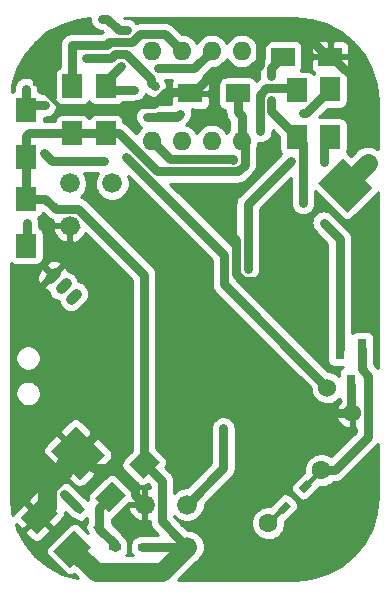
<source format=gbl>
G04 #@! TF.FileFunction,Copper,L2,Bot,Signal*
%FSLAX46Y46*%
G04 Gerber Fmt 4.6, Leading zero omitted, Abs format (unit mm)*
G04 Created by KiCad (PCBNEW (2015-11-17 BZR 6321)-product) date Thu 03 Dec 2015 10:29:56 PM EST*
%MOMM*%
G01*
G04 APERTURE LIST*
%ADD10C,0.100000*%
%ADD11R,2.000000X1.600000*%
%ADD12R,1.000000X0.600000*%
%ADD13O,1.600000X1.600000*%
%ADD14R,0.800100X1.800860*%
%ADD15R,1.700000X2.000000*%
%ADD16C,1.524000*%
%ADD17C,1.676400*%
%ADD18C,1.600200*%
%ADD19C,0.899160*%
%ADD20C,0.600000*%
%ADD21C,1.600000*%
%ADD22C,0.800000*%
%ADD23C,0.400000*%
%ADD24C,0.254000*%
G04 APERTURE END LIST*
D10*
G36*
X80763069Y-104311805D02*
X78288195Y-101836931D01*
X80409515Y-99715611D01*
X82884389Y-102190485D01*
X80763069Y-104311805D01*
X80763069Y-104311805D01*
G37*
G36*
X103036931Y-77088195D02*
X105511805Y-79563069D01*
X103390485Y-81684389D01*
X100915611Y-79209515D01*
X103036931Y-77088195D01*
X103036931Y-77088195D01*
G37*
D11*
X97950000Y-68500000D03*
X101950000Y-68500000D03*
D10*
G36*
X75694796Y-107512563D02*
X77462563Y-105744796D01*
X78876776Y-107159009D01*
X77109009Y-108926776D01*
X75694796Y-107512563D01*
X75694796Y-107512563D01*
G37*
G36*
X78523224Y-110340991D02*
X80290991Y-108573224D01*
X81705204Y-109987437D01*
X79937437Y-111755204D01*
X78523224Y-110340991D01*
X78523224Y-110340991D01*
G37*
D11*
X94125000Y-71600000D03*
X90125000Y-71600000D03*
D10*
G36*
X97921160Y-107203104D02*
X97496896Y-106778840D01*
X98204002Y-106071734D01*
X98628266Y-106495998D01*
X97921160Y-107203104D01*
X97921160Y-107203104D01*
G37*
G36*
X99695998Y-105428266D02*
X99271734Y-105004002D01*
X99978840Y-104296896D01*
X100403104Y-104721160D01*
X99695998Y-105428266D01*
X99695998Y-105428266D01*
G37*
G36*
X82980523Y-108574659D02*
X82556259Y-108998923D01*
X81849153Y-108291817D01*
X82273417Y-107867553D01*
X82980523Y-108574659D01*
X82980523Y-108574659D01*
G37*
G36*
X81205685Y-106799821D02*
X80781421Y-107224085D01*
X80074315Y-106516979D01*
X80498579Y-106092715D01*
X81205685Y-106799821D01*
X81205685Y-106799821D01*
G37*
D12*
X86205000Y-110000000D03*
X83695000Y-110000000D03*
D13*
X94450000Y-68000000D03*
X91910000Y-68000000D03*
X89370000Y-68000000D03*
X86830000Y-68000000D03*
X86830000Y-75620000D03*
X89370000Y-75620000D03*
X91910000Y-75620000D03*
X94450000Y-75620000D03*
D14*
X102750000Y-93247720D03*
X104650000Y-93247720D03*
X103700000Y-96250000D03*
D15*
X99150000Y-71300000D03*
X99150000Y-75300000D03*
X76200000Y-77000000D03*
X76200000Y-73000000D03*
X101950000Y-75250000D03*
X101950000Y-71250000D03*
X82950000Y-74978608D03*
X82950000Y-70978608D03*
X80104678Y-74978608D03*
X80104678Y-70978608D03*
D16*
X101700000Y-96500000D03*
X103821320Y-98621320D03*
D15*
X76200000Y-80500000D03*
X76200000Y-84500000D03*
D10*
G36*
X86306066Y-101591852D02*
X87508148Y-102793934D01*
X86093934Y-104208148D01*
X84891852Y-103006066D01*
X86306066Y-101591852D01*
X86306066Y-101591852D01*
G37*
G36*
X83477638Y-104420280D02*
X84679720Y-105622362D01*
X83265506Y-107036576D01*
X82063424Y-105834494D01*
X83477638Y-104420280D01*
X83477638Y-104420280D01*
G37*
D17*
X86257898Y-106400000D03*
X89850000Y-106400000D03*
X89850000Y-109992102D03*
X79903949Y-82796051D03*
X79903949Y-79203949D03*
X83496051Y-79203949D03*
D18*
X96709872Y-107990128D03*
X101200000Y-103500000D03*
D19*
X79560857Y-87685193D02*
X79135193Y-88110857D01*
X78662832Y-86787168D02*
X78237168Y-87212832D01*
X80458883Y-88583219D02*
X80033219Y-89008883D01*
D20*
X104947800Y-78108800D03*
X104439800Y-77626200D03*
X105151000Y-77449000D03*
X77037336Y-70685485D03*
X80800021Y-73158579D03*
X85200000Y-72800000D03*
X104650000Y-82850000D03*
X101100000Y-86050000D03*
X92950000Y-83000000D03*
X79903949Y-85546051D03*
X96337200Y-101375200D03*
X104846200Y-75314800D03*
X96972200Y-70082400D03*
X96972200Y-72139800D03*
X101391800Y-82528400D03*
X99664600Y-80877400D03*
X76296600Y-82579200D03*
X84725000Y-66300000D03*
X82675000Y-65300000D03*
X84275000Y-69250000D03*
X77750000Y-76625000D03*
X82800000Y-77275000D03*
X87375000Y-69450000D03*
X85350000Y-71325000D03*
X89230000Y-73300000D03*
X86470000Y-73560000D03*
X101700000Y-96500000D03*
X84627800Y-76940400D03*
X96050000Y-74770000D03*
X93725000Y-77200000D03*
X77814228Y-72614149D03*
X81250000Y-68575000D03*
X87100000Y-70975000D03*
X101391800Y-77423000D03*
X92908200Y-99952800D03*
X94965600Y-86490800D03*
X98648600Y-77296000D03*
X99664600Y-73282800D03*
X79395400Y-105490000D03*
D21*
X103213708Y-79386292D02*
X105151000Y-77449000D01*
D22*
X89974990Y-71449990D02*
X90125000Y-71600000D01*
X88055782Y-71449990D02*
X89974990Y-71449990D01*
X87005771Y-72500001D02*
X88055782Y-71449990D01*
X85499999Y-72500001D02*
X87005771Y-72500001D01*
X85200000Y-72800000D02*
X85499999Y-72500001D01*
X95350000Y-69800000D02*
X96000000Y-69150000D01*
D23*
X79510430Y-73158579D02*
X77337335Y-70985484D01*
X77337335Y-70985484D02*
X77037336Y-70685485D01*
X80800021Y-73158579D02*
X79510430Y-73158579D01*
D22*
X90125000Y-71600000D02*
X89650000Y-71600000D01*
X92125000Y-69800000D02*
X95350000Y-69800000D01*
X90125000Y-71600000D02*
X90325000Y-71600000D01*
X90325000Y-71600000D02*
X92125000Y-69800000D01*
X101750000Y-68500000D02*
X101950000Y-68500000D01*
X99700000Y-66450000D02*
X101750000Y-68500000D01*
X97119998Y-66450000D02*
X99700000Y-66450000D01*
X96000000Y-69150000D02*
X96000000Y-67569998D01*
X96000000Y-67569998D02*
X97119998Y-66450000D01*
X93965590Y-84015590D02*
X93965590Y-86905017D01*
X93965590Y-86905017D02*
X94551383Y-87490810D01*
X92950000Y-83000000D02*
X93965590Y-84015590D01*
X94551383Y-87490810D02*
X99659190Y-87490810D01*
X99659190Y-87490810D02*
X101100000Y-86050000D01*
X105146199Y-75014801D02*
X104846200Y-75314800D01*
X102150000Y-68500000D02*
X105146199Y-71496199D01*
X105146199Y-71496199D02*
X105146199Y-75014801D01*
X101950000Y-68500000D02*
X102150000Y-68500000D01*
D21*
X80586292Y-102013708D02*
X79454922Y-103145078D01*
X79454922Y-103145078D02*
X79454922Y-103450566D01*
X79454922Y-103450566D02*
X77995391Y-104910097D01*
X77995391Y-104910097D02*
X77995391Y-106626181D01*
X77995391Y-106626181D02*
X77285786Y-107335786D01*
D22*
X81986200Y-87628302D02*
X81986200Y-100613800D01*
X81986200Y-100613800D02*
X80586292Y-102013708D01*
X79903949Y-85546051D02*
X81986200Y-87628302D01*
X103821320Y-98621320D02*
X99091080Y-98621320D01*
X99091080Y-98621320D02*
X96337200Y-101375200D01*
X103700000Y-96250000D02*
X103700000Y-98500000D01*
X103700000Y-98500000D02*
X103821320Y-98621320D01*
X83882055Y-103321855D02*
X85419699Y-104859499D01*
X85419699Y-104859499D02*
X85419699Y-105561801D01*
X85419699Y-105561801D02*
X86257898Y-106400000D01*
X80586292Y-102013708D02*
X81894439Y-103321855D01*
X81894439Y-103321855D02*
X83882055Y-103321855D01*
X96972200Y-70082400D02*
X96972200Y-69477800D01*
X96972200Y-69477800D02*
X97950000Y-68500000D01*
X96972200Y-73122200D02*
X96972200Y-72139800D01*
X96972200Y-73122200D02*
X99150000Y-75300000D01*
X99664600Y-80877400D02*
X99664600Y-75814600D01*
X99664600Y-75814600D02*
X99150000Y-75300000D01*
X102750000Y-93247720D02*
X102750000Y-83886600D01*
X102750000Y-83886600D02*
X101391800Y-82528400D01*
X76421392Y-74978608D02*
X76200000Y-75200000D01*
X76200000Y-75200000D02*
X76200000Y-77000000D01*
X80104678Y-74978608D02*
X76421392Y-74978608D01*
X94725010Y-75895010D02*
X94450000Y-75620000D01*
X94725010Y-77614218D02*
X94725010Y-75895010D01*
X87301638Y-78200010D02*
X94139218Y-78200010D01*
X84080236Y-74978608D02*
X87301638Y-78200010D01*
X82950000Y-74978608D02*
X84080236Y-74978608D01*
X94139218Y-78200010D02*
X94725010Y-77614218D01*
X94125000Y-71600000D02*
X94125000Y-73200000D01*
X94125000Y-73200000D02*
X94450000Y-73525000D01*
X94450000Y-73525000D02*
X94450000Y-75620000D01*
X86205000Y-110000000D02*
X89842102Y-110000000D01*
X89842102Y-110000000D02*
X89850000Y-109992102D01*
D21*
X80114214Y-110164214D02*
X82094800Y-112144800D01*
X82094800Y-112144800D02*
X87697302Y-112144800D01*
X87697302Y-112144800D02*
X89011801Y-110830301D01*
X89011801Y-110830301D02*
X89850000Y-109992102D01*
D22*
X86005000Y-110000000D02*
X86205000Y-110000000D01*
X78707850Y-81357850D02*
X80594286Y-81357850D01*
X86200000Y-101597918D02*
X86200000Y-102900000D01*
X86200000Y-86963564D02*
X86200000Y-101597918D01*
X77850000Y-80500000D02*
X78707850Y-81357850D01*
X80594286Y-81357850D02*
X86200000Y-86963564D01*
X76200000Y-80500000D02*
X77850000Y-80500000D01*
X86200000Y-102900000D02*
X87696099Y-104396099D01*
X87696099Y-104396099D02*
X87696099Y-107838201D01*
X87696099Y-107838201D02*
X89011801Y-109153903D01*
X89011801Y-109153903D02*
X89850000Y-109992102D01*
D23*
X96709872Y-107990128D02*
X98062581Y-106637419D01*
D22*
X82950000Y-74978608D02*
X80104678Y-74978608D01*
X76200000Y-80500000D02*
X76200000Y-77000000D01*
X104650000Y-93247720D02*
X104650000Y-94948150D01*
X104650000Y-94948150D02*
X105183321Y-95481471D01*
X105183321Y-95481471D02*
X105183321Y-100648191D01*
X105183321Y-100648191D02*
X102331512Y-103500000D01*
X102331512Y-103500000D02*
X101200000Y-103500000D01*
D23*
X99837419Y-104862581D02*
X101200000Y-103500000D01*
D22*
X76296600Y-82579200D02*
X76296600Y-84403400D01*
X76296600Y-84403400D02*
X76200000Y-84500000D01*
D23*
X76200000Y-84500000D02*
X76200000Y-84350000D01*
D22*
X82675000Y-65300000D02*
X83099264Y-65300000D01*
X83099264Y-65300000D02*
X84049234Y-66249970D01*
X84049234Y-66249970D02*
X84725000Y-66249970D01*
X82950000Y-70978608D02*
X82950000Y-70575000D01*
X82950000Y-70575000D02*
X84275000Y-69250000D01*
X82800000Y-77275000D02*
X78400000Y-77275000D01*
X78400000Y-77275000D02*
X77750000Y-76625000D01*
X91910000Y-68000000D02*
X90460000Y-69450000D01*
X90460000Y-69450000D02*
X87375000Y-69450000D01*
X85350000Y-71325000D02*
X83296392Y-71325000D01*
X83296392Y-71325000D02*
X82950000Y-70978608D01*
X86470000Y-73560000D02*
X88970000Y-73560000D01*
X88970000Y-73560000D02*
X89230000Y-73300000D01*
X87359989Y-73500011D02*
X89029989Y-73500011D01*
X89029989Y-73500011D02*
X89230000Y-73300000D01*
X87300000Y-73560000D02*
X87359989Y-73500011D01*
X87359989Y-73500011D02*
X87419988Y-73500011D01*
X86470000Y-73560000D02*
X87300000Y-73560000D01*
X85200019Y-67249980D02*
X85850000Y-66599999D01*
X85850000Y-66599999D02*
X87969999Y-66599999D01*
X83004692Y-67495322D02*
X83079680Y-67495322D01*
X83079680Y-67495322D02*
X83325022Y-67249980D01*
X83325022Y-67249980D02*
X85200019Y-67249980D01*
X80104678Y-70978608D02*
X80104678Y-67495322D01*
X80104678Y-67495322D02*
X83004692Y-67495322D01*
X83004692Y-67495322D02*
X83250034Y-67249980D01*
X89370000Y-68000000D02*
X87969999Y-66599999D01*
X80104678Y-70978608D02*
X80104678Y-70828608D01*
X100938001Y-95738001D02*
X101700000Y-96500000D01*
X92965579Y-85278179D02*
X92965579Y-87765579D01*
X84627800Y-76940400D02*
X92965579Y-85278179D01*
X92965579Y-87765579D02*
X100938001Y-95738001D01*
X96050000Y-74770000D02*
X96050000Y-74345736D01*
X96050000Y-74345736D02*
X95972189Y-74267925D01*
X95972189Y-74267925D02*
X95972189Y-71725582D01*
X88379000Y-77169000D02*
X93694000Y-77169000D01*
X93694000Y-77169000D02*
X93725000Y-77200000D01*
X98989790Y-71139790D02*
X99150000Y-71300000D01*
X96557982Y-71139789D02*
X98989790Y-71139790D01*
X95972189Y-71725582D02*
X96557982Y-71139789D01*
X86830000Y-75620000D02*
X88379000Y-77169000D01*
D23*
X86830000Y-75620000D02*
X88030001Y-76820001D01*
D22*
X83739239Y-68249990D02*
X83414229Y-68575000D01*
X81674264Y-68575000D02*
X81250000Y-68575000D01*
X84689218Y-68249990D02*
X83739239Y-68249990D01*
X86800001Y-70360773D02*
X84689218Y-68249990D01*
X86800001Y-70675001D02*
X86800001Y-70360773D01*
X87100000Y-70975000D02*
X86800001Y-70675001D01*
X83414229Y-68575000D02*
X81674264Y-68575000D01*
X76585851Y-72614149D02*
X77389964Y-72614149D01*
X77389964Y-72614149D02*
X77814228Y-72614149D01*
X76200000Y-73000000D02*
X76585851Y-72614149D01*
X76200000Y-71200000D02*
X76200000Y-73000000D01*
X101391800Y-77423000D02*
X101391800Y-75808200D01*
X101391800Y-75808200D02*
X101950000Y-75250000D01*
X92908200Y-99952800D02*
X92908200Y-103341800D01*
X92908200Y-103341800D02*
X89850000Y-106400000D01*
X98648600Y-77296000D02*
X94965600Y-80979000D01*
X94965600Y-80979000D02*
X94965600Y-86490800D01*
X101950000Y-71250000D02*
X99917200Y-73282800D01*
X99917200Y-73282800D02*
X99664600Y-73282800D01*
D23*
X90688199Y-105561801D02*
X89850000Y-106400000D01*
D22*
X82414838Y-108433238D02*
X82414838Y-106685162D01*
X82414838Y-106685162D02*
X83371572Y-105728428D01*
X83695000Y-110000000D02*
X83695000Y-109713400D01*
X83695000Y-109713400D02*
X82414838Y-108433238D01*
X80640000Y-106658400D02*
X80563800Y-106658400D01*
X80563800Y-106658400D02*
X79395400Y-105490000D01*
D24*
G36*
X82198830Y-78490796D02*
X82085016Y-78756342D01*
X82024949Y-79038938D01*
X82020915Y-79327820D01*
X82073068Y-79611983D01*
X82179423Y-79880604D01*
X82335928Y-80123451D01*
X82536621Y-80331275D01*
X82773859Y-80496160D01*
X83038604Y-80611825D01*
X83320774Y-80673864D01*
X83609620Y-80679914D01*
X83894141Y-80629746D01*
X84163498Y-80525269D01*
X84407432Y-80370463D01*
X84616652Y-80171226D01*
X84783189Y-79935145D01*
X84900699Y-79671213D01*
X84964706Y-79389483D01*
X84969314Y-79059494D01*
X84913198Y-78776087D01*
X84852492Y-78628804D01*
X91930579Y-85706890D01*
X91930579Y-87765579D01*
X91939912Y-87860765D01*
X91948241Y-87955968D01*
X91949759Y-87961191D01*
X91950290Y-87966612D01*
X91977929Y-88058157D01*
X92004596Y-88149945D01*
X92007101Y-88154778D01*
X92008674Y-88159987D01*
X92053544Y-88244375D01*
X92097555Y-88329280D01*
X92100952Y-88333535D01*
X92103506Y-88338339D01*
X92163906Y-88412397D01*
X92223576Y-88487145D01*
X92231051Y-88494725D01*
X92231173Y-88494875D01*
X92231312Y-88494990D01*
X92233723Y-88497435D01*
X100206074Y-96469785D01*
X100206145Y-96469857D01*
X100301888Y-96565600D01*
X100301164Y-96617464D01*
X100350620Y-96886928D01*
X100451474Y-97141655D01*
X100599883Y-97371942D01*
X100790196Y-97569016D01*
X101015163Y-97725372D01*
X101266215Y-97835054D01*
X101533789Y-97893884D01*
X101807695Y-97899622D01*
X102077499Y-97852048D01*
X102332923Y-97752975D01*
X102564240Y-97606177D01*
X102734320Y-97444213D01*
X102737220Y-97451215D01*
X102806713Y-97555219D01*
X102859361Y-97607867D01*
X102779096Y-97680944D01*
X102615664Y-97902341D01*
X102498564Y-98151368D01*
X102460397Y-98277188D01*
X102582805Y-98494320D01*
X103694320Y-98494320D01*
X103694320Y-97382805D01*
X103573000Y-97314411D01*
X103573000Y-96377000D01*
X103553000Y-96377000D01*
X103553000Y-96123000D01*
X103573000Y-96123000D01*
X103573000Y-96103000D01*
X103827000Y-96103000D01*
X103827000Y-96123000D01*
X103847000Y-96123000D01*
X103847000Y-96377000D01*
X103827000Y-96377000D01*
X103827000Y-97626680D01*
X103948320Y-97748000D01*
X103948320Y-98314712D01*
X103835461Y-98427571D01*
X104015069Y-98607179D01*
X104127928Y-98494320D01*
X104148321Y-98494320D01*
X104148321Y-98748320D01*
X104127928Y-98748320D01*
X104015069Y-98635461D01*
X103835461Y-98815069D01*
X103948320Y-98927928D01*
X103948320Y-99859835D01*
X104148321Y-99972585D01*
X104148321Y-100219480D01*
X102035420Y-102332380D01*
X101885871Y-102231508D01*
X101626424Y-102122447D01*
X101350735Y-102065856D01*
X101069304Y-102063891D01*
X100792851Y-102116627D01*
X100531907Y-102222055D01*
X100296410Y-102376160D01*
X100095330Y-102573072D01*
X99936327Y-102805290D01*
X99825457Y-103063969D01*
X99766943Y-103339257D01*
X99763013Y-103620667D01*
X99777163Y-103697767D01*
X99671215Y-103737877D01*
X99527655Y-103845711D01*
X98820549Y-104552817D01*
X98754747Y-104630023D01*
X98671027Y-104788858D01*
X98634872Y-104964728D01*
X98649144Y-105143709D01*
X98712715Y-105311627D01*
X98820549Y-105455187D01*
X99244813Y-105879451D01*
X99322019Y-105945253D01*
X99480854Y-106028973D01*
X99656724Y-106065128D01*
X99835705Y-106050856D01*
X100003623Y-105987285D01*
X100147183Y-105879451D01*
X100854289Y-105172345D01*
X100920091Y-105095139D01*
X101003811Y-104936304D01*
X101005778Y-104926738D01*
X101029256Y-104931900D01*
X101310632Y-104937794D01*
X101587794Y-104888923D01*
X101850185Y-104787148D01*
X102087811Y-104636346D01*
X102194235Y-104535000D01*
X102331512Y-104535000D01*
X102426698Y-104525667D01*
X102521901Y-104517338D01*
X102527124Y-104515820D01*
X102532545Y-104515289D01*
X102624090Y-104487650D01*
X102715878Y-104460983D01*
X102720711Y-104458478D01*
X102725920Y-104456905D01*
X102810308Y-104412035D01*
X102895213Y-104368024D01*
X102899468Y-104364627D01*
X102904272Y-104362073D01*
X102978330Y-104301673D01*
X103053078Y-104242003D01*
X103060658Y-104234528D01*
X103060808Y-104234406D01*
X103060923Y-104234267D01*
X103063368Y-104231856D01*
X105915177Y-101380046D01*
X105975889Y-101306135D01*
X105990000Y-101289318D01*
X105990000Y-105715280D01*
X105852585Y-107116745D01*
X105455657Y-108431436D01*
X104810928Y-109643995D01*
X103942965Y-110708223D01*
X102884817Y-111583600D01*
X101676791Y-112236777D01*
X100364904Y-112642874D01*
X98965658Y-112789941D01*
X98948665Y-112790000D01*
X89081498Y-112790000D01*
X90628646Y-111242852D01*
X90761381Y-111158616D01*
X90970601Y-110959379D01*
X91137138Y-110723298D01*
X91254648Y-110459366D01*
X91318655Y-110177636D01*
X91323263Y-109847647D01*
X91267147Y-109564240D01*
X91157052Y-109297130D01*
X90997172Y-109056491D01*
X90793597Y-108851490D01*
X90554080Y-108689934D01*
X90287745Y-108577977D01*
X90004736Y-108519883D01*
X89840345Y-108518735D01*
X89743657Y-108422047D01*
X89743651Y-108422042D01*
X89432405Y-108110795D01*
X95272885Y-108110795D01*
X95323690Y-108387609D01*
X95427294Y-108649283D01*
X95579752Y-108885850D01*
X95775255Y-109088300D01*
X96006357Y-109248920D01*
X96264256Y-109361593D01*
X96539128Y-109422028D01*
X96820504Y-109427922D01*
X97097666Y-109379051D01*
X97360057Y-109277276D01*
X97597683Y-109126474D01*
X97801492Y-108932389D01*
X97963722Y-108702414D01*
X98078193Y-108445308D01*
X98140545Y-108170864D01*
X98145034Y-107849409D01*
X98134796Y-107797706D01*
X98228785Y-107762123D01*
X98372345Y-107654289D01*
X99079451Y-106947183D01*
X99145253Y-106869977D01*
X99228973Y-106711142D01*
X99265128Y-106535272D01*
X99250856Y-106356291D01*
X99187285Y-106188373D01*
X99079451Y-106044813D01*
X98655187Y-105620549D01*
X98577981Y-105554747D01*
X98419146Y-105471027D01*
X98243276Y-105434872D01*
X98064295Y-105449144D01*
X97896377Y-105512715D01*
X97752817Y-105620549D01*
X97045711Y-106327655D01*
X96979909Y-106404861D01*
X96896383Y-106563328D01*
X96860607Y-106555984D01*
X96579176Y-106554019D01*
X96302723Y-106606755D01*
X96041779Y-106712183D01*
X95806282Y-106866288D01*
X95605202Y-107063200D01*
X95446199Y-107295418D01*
X95335329Y-107554097D01*
X95276815Y-107829385D01*
X95272885Y-108110795D01*
X89432405Y-108110795D01*
X88731099Y-107409489D01*
X88731099Y-107362189D01*
X88890570Y-107527326D01*
X89127808Y-107692211D01*
X89392553Y-107807876D01*
X89674723Y-107869915D01*
X89963569Y-107875965D01*
X90248090Y-107825797D01*
X90517447Y-107721320D01*
X90761381Y-107566514D01*
X90970601Y-107367277D01*
X91137138Y-107131196D01*
X91254648Y-106867264D01*
X91318655Y-106585534D01*
X91321353Y-106392359D01*
X93640056Y-104073655D01*
X93700768Y-103999744D01*
X93762192Y-103926541D01*
X93764811Y-103921777D01*
X93768270Y-103917566D01*
X93813479Y-103833250D01*
X93859505Y-103749530D01*
X93861151Y-103744343D01*
X93863723Y-103739545D01*
X93891663Y-103648155D01*
X93920583Y-103556989D01*
X93921190Y-103551575D01*
X93922780Y-103546375D01*
X93932439Y-103451288D01*
X93943099Y-103356251D01*
X93943173Y-103345617D01*
X93943194Y-103345413D01*
X93943176Y-103345223D01*
X93943200Y-103341800D01*
X93943200Y-99952800D01*
X93923489Y-99751767D01*
X93865105Y-99558392D01*
X93770273Y-99380040D01*
X93642606Y-99223504D01*
X93486965Y-99094746D01*
X93309279Y-98998672D01*
X93201963Y-98965452D01*
X102460397Y-98965452D01*
X102553684Y-99224343D01*
X102695685Y-99460060D01*
X102880944Y-99663544D01*
X103102341Y-99826976D01*
X103351368Y-99944076D01*
X103477188Y-99982243D01*
X103694320Y-99859835D01*
X103694320Y-98748320D01*
X102582805Y-98748320D01*
X102460397Y-98965452D01*
X93201963Y-98965452D01*
X93116316Y-98938940D01*
X92915426Y-98917825D01*
X92714260Y-98936133D01*
X92520482Y-98993165D01*
X92341472Y-99086749D01*
X92184048Y-99213321D01*
X92054208Y-99368059D01*
X91956895Y-99545070D01*
X91895817Y-99737611D01*
X91873301Y-99938349D01*
X91873200Y-99952800D01*
X91873200Y-102913089D01*
X89859521Y-104926767D01*
X89715834Y-104925764D01*
X89432042Y-104979901D01*
X89164170Y-105088128D01*
X88922421Y-105246324D01*
X88731099Y-105433681D01*
X88731099Y-104396099D01*
X88721767Y-104300921D01*
X88713437Y-104205709D01*
X88711919Y-104200485D01*
X88711388Y-104195066D01*
X88683752Y-104103533D01*
X88657082Y-104011733D01*
X88654577Y-104006900D01*
X88653004Y-104001691D01*
X88608145Y-103917323D01*
X88564123Y-103832397D01*
X88560725Y-103828140D01*
X88558172Y-103823339D01*
X88497765Y-103749273D01*
X88438101Y-103674533D01*
X88430632Y-103666959D01*
X88430505Y-103666803D01*
X88430361Y-103666684D01*
X88427954Y-103664243D01*
X87982108Y-103218397D01*
X88025135Y-103167913D01*
X88108855Y-103009078D01*
X88145010Y-102833208D01*
X88130738Y-102654227D01*
X88067167Y-102486309D01*
X87959333Y-102342749D01*
X87235000Y-101618416D01*
X87235000Y-86963564D01*
X87225672Y-86868423D01*
X87217338Y-86773175D01*
X87215820Y-86767952D01*
X87215289Y-86762531D01*
X87187646Y-86670973D01*
X87160983Y-86579199D01*
X87158478Y-86574367D01*
X87156905Y-86569156D01*
X87112046Y-86484789D01*
X87068025Y-86399863D01*
X87064625Y-86395605D01*
X87062073Y-86390804D01*
X87001696Y-86316774D01*
X86942003Y-86241998D01*
X86934532Y-86234422D01*
X86934406Y-86234268D01*
X86934263Y-86234150D01*
X86931856Y-86231709D01*
X81326142Y-80625994D01*
X81252205Y-80565262D01*
X81179027Y-80503858D01*
X81174263Y-80501239D01*
X81170052Y-80497780D01*
X81085736Y-80452571D01*
X81002016Y-80406545D01*
X80996829Y-80404899D01*
X80992031Y-80402327D01*
X80900641Y-80374387D01*
X80833557Y-80353106D01*
X81024550Y-80171226D01*
X81191087Y-79935145D01*
X81308597Y-79671213D01*
X81372604Y-79389483D01*
X81377212Y-79059494D01*
X81321096Y-78776087D01*
X81211001Y-78508977D01*
X81078801Y-78310000D01*
X82322623Y-78310000D01*
X82198830Y-78490796D01*
X82198830Y-78490796D01*
G37*
X82198830Y-78490796D02*
X82085016Y-78756342D01*
X82024949Y-79038938D01*
X82020915Y-79327820D01*
X82073068Y-79611983D01*
X82179423Y-79880604D01*
X82335928Y-80123451D01*
X82536621Y-80331275D01*
X82773859Y-80496160D01*
X83038604Y-80611825D01*
X83320774Y-80673864D01*
X83609620Y-80679914D01*
X83894141Y-80629746D01*
X84163498Y-80525269D01*
X84407432Y-80370463D01*
X84616652Y-80171226D01*
X84783189Y-79935145D01*
X84900699Y-79671213D01*
X84964706Y-79389483D01*
X84969314Y-79059494D01*
X84913198Y-78776087D01*
X84852492Y-78628804D01*
X91930579Y-85706890D01*
X91930579Y-87765579D01*
X91939912Y-87860765D01*
X91948241Y-87955968D01*
X91949759Y-87961191D01*
X91950290Y-87966612D01*
X91977929Y-88058157D01*
X92004596Y-88149945D01*
X92007101Y-88154778D01*
X92008674Y-88159987D01*
X92053544Y-88244375D01*
X92097555Y-88329280D01*
X92100952Y-88333535D01*
X92103506Y-88338339D01*
X92163906Y-88412397D01*
X92223576Y-88487145D01*
X92231051Y-88494725D01*
X92231173Y-88494875D01*
X92231312Y-88494990D01*
X92233723Y-88497435D01*
X100206074Y-96469785D01*
X100206145Y-96469857D01*
X100301888Y-96565600D01*
X100301164Y-96617464D01*
X100350620Y-96886928D01*
X100451474Y-97141655D01*
X100599883Y-97371942D01*
X100790196Y-97569016D01*
X101015163Y-97725372D01*
X101266215Y-97835054D01*
X101533789Y-97893884D01*
X101807695Y-97899622D01*
X102077499Y-97852048D01*
X102332923Y-97752975D01*
X102564240Y-97606177D01*
X102734320Y-97444213D01*
X102737220Y-97451215D01*
X102806713Y-97555219D01*
X102859361Y-97607867D01*
X102779096Y-97680944D01*
X102615664Y-97902341D01*
X102498564Y-98151368D01*
X102460397Y-98277188D01*
X102582805Y-98494320D01*
X103694320Y-98494320D01*
X103694320Y-97382805D01*
X103573000Y-97314411D01*
X103573000Y-96377000D01*
X103553000Y-96377000D01*
X103553000Y-96123000D01*
X103573000Y-96123000D01*
X103573000Y-96103000D01*
X103827000Y-96103000D01*
X103827000Y-96123000D01*
X103847000Y-96123000D01*
X103847000Y-96377000D01*
X103827000Y-96377000D01*
X103827000Y-97626680D01*
X103948320Y-97748000D01*
X103948320Y-98314712D01*
X103835461Y-98427571D01*
X104015069Y-98607179D01*
X104127928Y-98494320D01*
X104148321Y-98494320D01*
X104148321Y-98748320D01*
X104127928Y-98748320D01*
X104015069Y-98635461D01*
X103835461Y-98815069D01*
X103948320Y-98927928D01*
X103948320Y-99859835D01*
X104148321Y-99972585D01*
X104148321Y-100219480D01*
X102035420Y-102332380D01*
X101885871Y-102231508D01*
X101626424Y-102122447D01*
X101350735Y-102065856D01*
X101069304Y-102063891D01*
X100792851Y-102116627D01*
X100531907Y-102222055D01*
X100296410Y-102376160D01*
X100095330Y-102573072D01*
X99936327Y-102805290D01*
X99825457Y-103063969D01*
X99766943Y-103339257D01*
X99763013Y-103620667D01*
X99777163Y-103697767D01*
X99671215Y-103737877D01*
X99527655Y-103845711D01*
X98820549Y-104552817D01*
X98754747Y-104630023D01*
X98671027Y-104788858D01*
X98634872Y-104964728D01*
X98649144Y-105143709D01*
X98712715Y-105311627D01*
X98820549Y-105455187D01*
X99244813Y-105879451D01*
X99322019Y-105945253D01*
X99480854Y-106028973D01*
X99656724Y-106065128D01*
X99835705Y-106050856D01*
X100003623Y-105987285D01*
X100147183Y-105879451D01*
X100854289Y-105172345D01*
X100920091Y-105095139D01*
X101003811Y-104936304D01*
X101005778Y-104926738D01*
X101029256Y-104931900D01*
X101310632Y-104937794D01*
X101587794Y-104888923D01*
X101850185Y-104787148D01*
X102087811Y-104636346D01*
X102194235Y-104535000D01*
X102331512Y-104535000D01*
X102426698Y-104525667D01*
X102521901Y-104517338D01*
X102527124Y-104515820D01*
X102532545Y-104515289D01*
X102624090Y-104487650D01*
X102715878Y-104460983D01*
X102720711Y-104458478D01*
X102725920Y-104456905D01*
X102810308Y-104412035D01*
X102895213Y-104368024D01*
X102899468Y-104364627D01*
X102904272Y-104362073D01*
X102978330Y-104301673D01*
X103053078Y-104242003D01*
X103060658Y-104234528D01*
X103060808Y-104234406D01*
X103060923Y-104234267D01*
X103063368Y-104231856D01*
X105915177Y-101380046D01*
X105975889Y-101306135D01*
X105990000Y-101289318D01*
X105990000Y-105715280D01*
X105852585Y-107116745D01*
X105455657Y-108431436D01*
X104810928Y-109643995D01*
X103942965Y-110708223D01*
X102884817Y-111583600D01*
X101676791Y-112236777D01*
X100364904Y-112642874D01*
X98965658Y-112789941D01*
X98948665Y-112790000D01*
X89081498Y-112790000D01*
X90628646Y-111242852D01*
X90761381Y-111158616D01*
X90970601Y-110959379D01*
X91137138Y-110723298D01*
X91254648Y-110459366D01*
X91318655Y-110177636D01*
X91323263Y-109847647D01*
X91267147Y-109564240D01*
X91157052Y-109297130D01*
X90997172Y-109056491D01*
X90793597Y-108851490D01*
X90554080Y-108689934D01*
X90287745Y-108577977D01*
X90004736Y-108519883D01*
X89840345Y-108518735D01*
X89743657Y-108422047D01*
X89743651Y-108422042D01*
X89432405Y-108110795D01*
X95272885Y-108110795D01*
X95323690Y-108387609D01*
X95427294Y-108649283D01*
X95579752Y-108885850D01*
X95775255Y-109088300D01*
X96006357Y-109248920D01*
X96264256Y-109361593D01*
X96539128Y-109422028D01*
X96820504Y-109427922D01*
X97097666Y-109379051D01*
X97360057Y-109277276D01*
X97597683Y-109126474D01*
X97801492Y-108932389D01*
X97963722Y-108702414D01*
X98078193Y-108445308D01*
X98140545Y-108170864D01*
X98145034Y-107849409D01*
X98134796Y-107797706D01*
X98228785Y-107762123D01*
X98372345Y-107654289D01*
X99079451Y-106947183D01*
X99145253Y-106869977D01*
X99228973Y-106711142D01*
X99265128Y-106535272D01*
X99250856Y-106356291D01*
X99187285Y-106188373D01*
X99079451Y-106044813D01*
X98655187Y-105620549D01*
X98577981Y-105554747D01*
X98419146Y-105471027D01*
X98243276Y-105434872D01*
X98064295Y-105449144D01*
X97896377Y-105512715D01*
X97752817Y-105620549D01*
X97045711Y-106327655D01*
X96979909Y-106404861D01*
X96896383Y-106563328D01*
X96860607Y-106555984D01*
X96579176Y-106554019D01*
X96302723Y-106606755D01*
X96041779Y-106712183D01*
X95806282Y-106866288D01*
X95605202Y-107063200D01*
X95446199Y-107295418D01*
X95335329Y-107554097D01*
X95276815Y-107829385D01*
X95272885Y-108110795D01*
X89432405Y-108110795D01*
X88731099Y-107409489D01*
X88731099Y-107362189D01*
X88890570Y-107527326D01*
X89127808Y-107692211D01*
X89392553Y-107807876D01*
X89674723Y-107869915D01*
X89963569Y-107875965D01*
X90248090Y-107825797D01*
X90517447Y-107721320D01*
X90761381Y-107566514D01*
X90970601Y-107367277D01*
X91137138Y-107131196D01*
X91254648Y-106867264D01*
X91318655Y-106585534D01*
X91321353Y-106392359D01*
X93640056Y-104073655D01*
X93700768Y-103999744D01*
X93762192Y-103926541D01*
X93764811Y-103921777D01*
X93768270Y-103917566D01*
X93813479Y-103833250D01*
X93859505Y-103749530D01*
X93861151Y-103744343D01*
X93863723Y-103739545D01*
X93891663Y-103648155D01*
X93920583Y-103556989D01*
X93921190Y-103551575D01*
X93922780Y-103546375D01*
X93932439Y-103451288D01*
X93943099Y-103356251D01*
X93943173Y-103345617D01*
X93943194Y-103345413D01*
X93943176Y-103345223D01*
X93943200Y-103341800D01*
X93943200Y-99952800D01*
X93923489Y-99751767D01*
X93865105Y-99558392D01*
X93770273Y-99380040D01*
X93642606Y-99223504D01*
X93486965Y-99094746D01*
X93309279Y-98998672D01*
X93201963Y-98965452D01*
X102460397Y-98965452D01*
X102553684Y-99224343D01*
X102695685Y-99460060D01*
X102880944Y-99663544D01*
X103102341Y-99826976D01*
X103351368Y-99944076D01*
X103477188Y-99982243D01*
X103694320Y-99859835D01*
X103694320Y-98748320D01*
X102582805Y-98748320D01*
X102460397Y-98965452D01*
X93201963Y-98965452D01*
X93116316Y-98938940D01*
X92915426Y-98917825D01*
X92714260Y-98936133D01*
X92520482Y-98993165D01*
X92341472Y-99086749D01*
X92184048Y-99213321D01*
X92054208Y-99368059D01*
X91956895Y-99545070D01*
X91895817Y-99737611D01*
X91873301Y-99938349D01*
X91873200Y-99952800D01*
X91873200Y-102913089D01*
X89859521Y-104926767D01*
X89715834Y-104925764D01*
X89432042Y-104979901D01*
X89164170Y-105088128D01*
X88922421Y-105246324D01*
X88731099Y-105433681D01*
X88731099Y-104396099D01*
X88721767Y-104300921D01*
X88713437Y-104205709D01*
X88711919Y-104200485D01*
X88711388Y-104195066D01*
X88683752Y-104103533D01*
X88657082Y-104011733D01*
X88654577Y-104006900D01*
X88653004Y-104001691D01*
X88608145Y-103917323D01*
X88564123Y-103832397D01*
X88560725Y-103828140D01*
X88558172Y-103823339D01*
X88497765Y-103749273D01*
X88438101Y-103674533D01*
X88430632Y-103666959D01*
X88430505Y-103666803D01*
X88430361Y-103666684D01*
X88427954Y-103664243D01*
X87982108Y-103218397D01*
X88025135Y-103167913D01*
X88108855Y-103009078D01*
X88145010Y-102833208D01*
X88130738Y-102654227D01*
X88067167Y-102486309D01*
X87959333Y-102342749D01*
X87235000Y-101618416D01*
X87235000Y-86963564D01*
X87225672Y-86868423D01*
X87217338Y-86773175D01*
X87215820Y-86767952D01*
X87215289Y-86762531D01*
X87187646Y-86670973D01*
X87160983Y-86579199D01*
X87158478Y-86574367D01*
X87156905Y-86569156D01*
X87112046Y-86484789D01*
X87068025Y-86399863D01*
X87064625Y-86395605D01*
X87062073Y-86390804D01*
X87001696Y-86316774D01*
X86942003Y-86241998D01*
X86934532Y-86234422D01*
X86934406Y-86234268D01*
X86934263Y-86234150D01*
X86931856Y-86231709D01*
X81326142Y-80625994D01*
X81252205Y-80565262D01*
X81179027Y-80503858D01*
X81174263Y-80501239D01*
X81170052Y-80497780D01*
X81085736Y-80452571D01*
X81002016Y-80406545D01*
X80996829Y-80404899D01*
X80992031Y-80402327D01*
X80900641Y-80374387D01*
X80833557Y-80353106D01*
X81024550Y-80171226D01*
X81191087Y-79935145D01*
X81308597Y-79671213D01*
X81372604Y-79389483D01*
X81377212Y-79059494D01*
X81321096Y-78776087D01*
X81211001Y-78508977D01*
X81078801Y-78310000D01*
X82322623Y-78310000D01*
X82198830Y-78490796D01*
G36*
X77975994Y-82089705D02*
X78049874Y-82150391D01*
X78123109Y-82211842D01*
X78127877Y-82214463D01*
X78132084Y-82217919D01*
X78216380Y-82263118D01*
X78300120Y-82309155D01*
X78305305Y-82310800D01*
X78310104Y-82313373D01*
X78401509Y-82341318D01*
X78488624Y-82368952D01*
X78467104Y-82439894D01*
X78588487Y-82669051D01*
X79597341Y-82669051D01*
X79710200Y-82781910D01*
X79889808Y-82602302D01*
X79776949Y-82489443D01*
X79776949Y-82392850D01*
X80030949Y-82392850D01*
X80030949Y-82489443D01*
X79918090Y-82602302D01*
X80097698Y-82781910D01*
X80210557Y-82669051D01*
X80441775Y-82669051D01*
X80695775Y-82923051D01*
X80030949Y-82923051D01*
X80030949Y-84111513D01*
X80260106Y-84232896D01*
X80533577Y-84135805D01*
X80782852Y-83987228D01*
X80998351Y-83792874D01*
X81171793Y-83560213D01*
X81223759Y-83451035D01*
X85165000Y-87392275D01*
X85165000Y-101830548D01*
X84440667Y-102554881D01*
X84374865Y-102632087D01*
X84291145Y-102790922D01*
X84254990Y-102966792D01*
X84269262Y-103145773D01*
X84332833Y-103313691D01*
X84440667Y-103457251D01*
X85642749Y-104659333D01*
X85719955Y-104725135D01*
X85878790Y-104808855D01*
X86054660Y-104845010D01*
X86233641Y-104830738D01*
X86401559Y-104767167D01*
X86516853Y-104680565D01*
X86661099Y-104824810D01*
X86661099Y-104977426D01*
X86614055Y-104963155D01*
X86384898Y-105084538D01*
X86384898Y-106093392D01*
X86272039Y-106206251D01*
X86451647Y-106385859D01*
X86564506Y-106273000D01*
X86661099Y-106273000D01*
X86661099Y-106527000D01*
X86564506Y-106527000D01*
X86451647Y-106414141D01*
X86272039Y-106593749D01*
X86384898Y-106706608D01*
X86384898Y-107715462D01*
X86614055Y-107836845D01*
X86661099Y-107820143D01*
X86661099Y-107838201D01*
X86670432Y-107933387D01*
X86678761Y-108028590D01*
X86680279Y-108033813D01*
X86680810Y-108039234D01*
X86708449Y-108130779D01*
X86735116Y-108222567D01*
X86737621Y-108227400D01*
X86739194Y-108232609D01*
X86784064Y-108316997D01*
X86828075Y-108401902D01*
X86831472Y-108406157D01*
X86834026Y-108410961D01*
X86894426Y-108485019D01*
X86954096Y-108559767D01*
X86961571Y-108567347D01*
X86961693Y-108567497D01*
X86961832Y-108567612D01*
X86964243Y-108570057D01*
X87359186Y-108965000D01*
X86005000Y-108965000D01*
X85803967Y-108984711D01*
X85610592Y-109043095D01*
X85498815Y-109102528D01*
X85432366Y-109123106D01*
X85282441Y-109221900D01*
X85165975Y-109358550D01*
X85092190Y-109522237D01*
X85092138Y-109522600D01*
X85050872Y-109598921D01*
X84991140Y-109791884D01*
X84970025Y-109992774D01*
X84988333Y-110193940D01*
X85045365Y-110387718D01*
X85107863Y-110507265D01*
X85128106Y-110572634D01*
X85218492Y-110709800D01*
X84675771Y-110709800D01*
X84734025Y-110641450D01*
X84807810Y-110477763D01*
X84833072Y-110300000D01*
X84833072Y-109700000D01*
X84825008Y-109598879D01*
X84771894Y-109427366D01*
X84673100Y-109277441D01*
X84594527Y-109210474D01*
X84563024Y-109149698D01*
X84559626Y-109145441D01*
X84557073Y-109140640D01*
X84496666Y-109066574D01*
X84437002Y-108991834D01*
X84429533Y-108984260D01*
X84429406Y-108984104D01*
X84429262Y-108983985D01*
X84426855Y-108981544D01*
X83449838Y-108004526D01*
X83449838Y-107642272D01*
X83573131Y-107595595D01*
X83716691Y-107487761D01*
X84448295Y-106756157D01*
X84821053Y-106756157D01*
X84918144Y-107029628D01*
X85066721Y-107278903D01*
X85261075Y-107494402D01*
X85493736Y-107667844D01*
X85755763Y-107792563D01*
X85901741Y-107836845D01*
X86130898Y-107715462D01*
X86130898Y-106527000D01*
X84942436Y-106527000D01*
X84821053Y-106756157D01*
X84448295Y-106756157D01*
X84938633Y-106265819D01*
X84942436Y-106273000D01*
X85951290Y-106273000D01*
X86064149Y-106385859D01*
X86243757Y-106206251D01*
X86130898Y-106093392D01*
X86130898Y-105084538D01*
X85901741Y-104963155D01*
X85628270Y-105060246D01*
X85378995Y-105208823D01*
X85309240Y-105271734D01*
X85301386Y-105263880D01*
X85241977Y-105323289D01*
X85238739Y-105314737D01*
X85130905Y-105171177D01*
X83928823Y-103969095D01*
X83851617Y-103903293D01*
X83692782Y-103819573D01*
X83516912Y-103783418D01*
X83337931Y-103797690D01*
X83170013Y-103861261D01*
X83026453Y-103969095D01*
X81612239Y-105383309D01*
X81546437Y-105460515D01*
X81462717Y-105619350D01*
X81426562Y-105795220D01*
X81440834Y-105974201D01*
X81466847Y-106042912D01*
X81379479Y-105934248D01*
X81224741Y-105804408D01*
X81110976Y-105741865D01*
X80127256Y-104758144D01*
X79971166Y-104629930D01*
X79793145Y-104534477D01*
X79599975Y-104475420D01*
X79399013Y-104455006D01*
X79197913Y-104474016D01*
X79004335Y-104531724D01*
X78825653Y-104625932D01*
X78668672Y-104753053D01*
X78539372Y-104908244D01*
X78442678Y-105085594D01*
X78382272Y-105278347D01*
X78360457Y-105479162D01*
X78378062Y-105680389D01*
X78411591Y-105795798D01*
X77867352Y-105251559D01*
X77763348Y-105182066D01*
X77647786Y-105134198D01*
X77525105Y-105109795D01*
X77400021Y-105109795D01*
X77277340Y-105134198D01*
X77161778Y-105182066D01*
X77057774Y-105251559D01*
X76331722Y-105977611D01*
X76331722Y-106202117D01*
X77285786Y-107156181D01*
X77299929Y-107142039D01*
X77479534Y-107321644D01*
X77465391Y-107335786D01*
X78419455Y-108289850D01*
X78643961Y-108289850D01*
X79370013Y-107563798D01*
X79439506Y-107459794D01*
X79487374Y-107344232D01*
X79511777Y-107221551D01*
X79511777Y-107096467D01*
X79505227Y-107063538D01*
X79831944Y-107390255D01*
X79905824Y-107450941D01*
X79979059Y-107512392D01*
X79983827Y-107515013D01*
X79988034Y-107518469D01*
X80072295Y-107563649D01*
X80156070Y-107609705D01*
X80161259Y-107611351D01*
X80166054Y-107613922D01*
X80257413Y-107641853D01*
X80315127Y-107660161D01*
X80330236Y-107675270D01*
X80407442Y-107741072D01*
X80566277Y-107824792D01*
X80742147Y-107860947D01*
X80921128Y-107846675D01*
X81089046Y-107783104D01*
X81232606Y-107675270D01*
X81379838Y-107528038D01*
X81379838Y-107861904D01*
X81332166Y-107917838D01*
X81248446Y-108076673D01*
X81212291Y-108252543D01*
X81226563Y-108431524D01*
X81290134Y-108599442D01*
X81397968Y-108743002D01*
X81446191Y-108791225D01*
X81453855Y-108817604D01*
X81456360Y-108822437D01*
X81457933Y-108827646D01*
X81469458Y-108849321D01*
X80742176Y-108122039D01*
X80664970Y-108056237D01*
X80506135Y-107972517D01*
X80330265Y-107936362D01*
X80151284Y-107950634D01*
X79983366Y-108014205D01*
X79839806Y-108122039D01*
X78072039Y-109889806D01*
X78006237Y-109967012D01*
X77922517Y-110125847D01*
X77886362Y-110301717D01*
X77900634Y-110480698D01*
X77964205Y-110648616D01*
X78072039Y-110792176D01*
X79486252Y-112206389D01*
X79563458Y-112272191D01*
X79722293Y-112355911D01*
X79898163Y-112392066D01*
X80077144Y-112377794D01*
X80237637Y-112317034D01*
X80568834Y-112648231D01*
X79268564Y-112255657D01*
X78056005Y-111610928D01*
X76991777Y-110742965D01*
X76116400Y-109684817D01*
X75554840Y-108646232D01*
X76154945Y-108646232D01*
X76154945Y-108870738D01*
X76704220Y-109420013D01*
X76808224Y-109489506D01*
X76923786Y-109537374D01*
X77046467Y-109561777D01*
X77171551Y-109561777D01*
X77294232Y-109537374D01*
X77409794Y-109489506D01*
X77513798Y-109420013D01*
X78239850Y-108693961D01*
X78239850Y-108469455D01*
X77285786Y-107515391D01*
X76154945Y-108646232D01*
X75554840Y-108646232D01*
X75463223Y-108476791D01*
X75329720Y-108045513D01*
X75750834Y-108466627D01*
X75975340Y-108466627D01*
X77106181Y-107335786D01*
X76152117Y-106381722D01*
X75927611Y-106381722D01*
X75201559Y-107107774D01*
X75132066Y-107211778D01*
X75097482Y-107295271D01*
X75057126Y-107164904D01*
X74910059Y-105765658D01*
X74910000Y-105748665D01*
X74910000Y-103500930D01*
X79278675Y-103500930D01*
X79278675Y-103725437D01*
X80358280Y-104805042D01*
X80462284Y-104874535D01*
X80577846Y-104922402D01*
X80700527Y-104946805D01*
X80825611Y-104946805D01*
X80948292Y-104922402D01*
X81063854Y-104874535D01*
X81167858Y-104805042D01*
X82070686Y-103902213D01*
X82070686Y-103677707D01*
X80586292Y-102193313D01*
X79278675Y-103500930D01*
X74910000Y-103500930D01*
X74910000Y-101774389D01*
X77653195Y-101774389D01*
X77653195Y-101899473D01*
X77677598Y-102022154D01*
X77725465Y-102137716D01*
X77794958Y-102241720D01*
X78874563Y-103321325D01*
X79099070Y-103321325D01*
X80406687Y-102013708D01*
X80765897Y-102013708D01*
X82250291Y-103498102D01*
X82474797Y-103498102D01*
X83377626Y-102595274D01*
X83447119Y-102491270D01*
X83494986Y-102375708D01*
X83519389Y-102253027D01*
X83519389Y-102127943D01*
X83494986Y-102005262D01*
X83447119Y-101889700D01*
X83377626Y-101785696D01*
X82298021Y-100706091D01*
X82073514Y-100706091D01*
X80765897Y-102013708D01*
X80406687Y-102013708D01*
X78922293Y-100529314D01*
X78697787Y-100529314D01*
X77794958Y-101432142D01*
X77725465Y-101536146D01*
X77677598Y-101651708D01*
X77653195Y-101774389D01*
X74910000Y-101774389D01*
X74910000Y-100125203D01*
X79101898Y-100125203D01*
X79101898Y-100349709D01*
X80586292Y-101834103D01*
X81893909Y-100526486D01*
X81893909Y-100301979D01*
X80814304Y-99222374D01*
X80710300Y-99152881D01*
X80594738Y-99105014D01*
X80472057Y-99080611D01*
X80346973Y-99080611D01*
X80224292Y-99105014D01*
X80108730Y-99152881D01*
X80004726Y-99222374D01*
X79101898Y-100125203D01*
X74910000Y-100125203D01*
X74910000Y-97091230D01*
X75288574Y-97091230D01*
X75326984Y-97300514D01*
X75405314Y-97498351D01*
X75520578Y-97677206D01*
X75668387Y-97830267D01*
X75843111Y-97951703D01*
X76038094Y-98036889D01*
X76245910Y-98082581D01*
X76458643Y-98087037D01*
X76668190Y-98050088D01*
X76866569Y-97973142D01*
X77046225Y-97859129D01*
X77200314Y-97712392D01*
X77322967Y-97538520D01*
X77409512Y-97344136D01*
X77456653Y-97136645D01*
X77460047Y-96893610D01*
X77418718Y-96684883D01*
X77337634Y-96488159D01*
X77219883Y-96310930D01*
X77069952Y-96159948D01*
X76893549Y-96040963D01*
X76697396Y-95958508D01*
X76488962Y-95915723D01*
X76276188Y-95914237D01*
X76067177Y-95954108D01*
X75869891Y-96033817D01*
X75691845Y-96150327D01*
X75539820Y-96299201D01*
X75419607Y-96474768D01*
X75335784Y-96670341D01*
X75291545Y-96878471D01*
X75288574Y-97091230D01*
X74910000Y-97091230D01*
X74910000Y-94091230D01*
X75288574Y-94091230D01*
X75326984Y-94300514D01*
X75405314Y-94498351D01*
X75520578Y-94677206D01*
X75668387Y-94830267D01*
X75843111Y-94951703D01*
X76038094Y-95036889D01*
X76245910Y-95082581D01*
X76458643Y-95087037D01*
X76668190Y-95050088D01*
X76866569Y-94973142D01*
X77046225Y-94859129D01*
X77200314Y-94712392D01*
X77322967Y-94538520D01*
X77409512Y-94344136D01*
X77456653Y-94136645D01*
X77460047Y-93893610D01*
X77418718Y-93684883D01*
X77337634Y-93488159D01*
X77219883Y-93310930D01*
X77069952Y-93159948D01*
X76893549Y-93040963D01*
X76697396Y-92958508D01*
X76488962Y-92915723D01*
X76276188Y-92914237D01*
X76067177Y-92954108D01*
X75869891Y-93033817D01*
X75691845Y-93150327D01*
X75539820Y-93299201D01*
X75419607Y-93474768D01*
X75335784Y-93670341D01*
X75291545Y-93878471D01*
X75288574Y-94091230D01*
X74910000Y-94091230D01*
X74910000Y-87951107D01*
X77678498Y-87951107D01*
X77706798Y-88158889D01*
X77901016Y-88251795D01*
X78062439Y-88287002D01*
X78065799Y-88322546D01*
X78126271Y-88525396D01*
X78224993Y-88712639D01*
X78358202Y-88877139D01*
X78520828Y-89012633D01*
X78706673Y-89113959D01*
X78908659Y-89177258D01*
X78960261Y-89182864D01*
X78963825Y-89220572D01*
X79024297Y-89423422D01*
X79123019Y-89610665D01*
X79256228Y-89775165D01*
X79418854Y-89910659D01*
X79604699Y-90011985D01*
X79806685Y-90075284D01*
X80017120Y-90098145D01*
X80227988Y-90079696D01*
X80431256Y-90020642D01*
X80619182Y-89923229D01*
X80784609Y-89791171D01*
X80795392Y-89780538D01*
X81230538Y-89345392D01*
X81364893Y-89181825D01*
X81464919Y-88995277D01*
X81526806Y-88792854D01*
X81548197Y-88582264D01*
X81528277Y-88371530D01*
X81467804Y-88168680D01*
X81369083Y-87981438D01*
X81235873Y-87816937D01*
X81073248Y-87681443D01*
X80887403Y-87580117D01*
X80685416Y-87516818D01*
X80633815Y-87511212D01*
X80630251Y-87473504D01*
X80569778Y-87270654D01*
X80471057Y-87083412D01*
X80337847Y-86918911D01*
X80175222Y-86783417D01*
X79989377Y-86682091D01*
X79787390Y-86618792D01*
X79737199Y-86613339D01*
X79701795Y-86451016D01*
X79608889Y-86256798D01*
X79401107Y-86228498D01*
X78629605Y-87000000D01*
X78643748Y-87014143D01*
X78464143Y-87193748D01*
X78450000Y-87179605D01*
X77678498Y-87951107D01*
X74910000Y-87951107D01*
X74910000Y-87125801D01*
X77148651Y-87125801D01*
X77152588Y-87339833D01*
X77198205Y-87548984D01*
X77291111Y-87743202D01*
X77498893Y-87771502D01*
X78270395Y-87000000D01*
X77593284Y-86322889D01*
X77380451Y-86535721D01*
X77264815Y-86715868D01*
X77186545Y-86915114D01*
X77148651Y-87125801D01*
X74910000Y-87125801D01*
X74910000Y-86143284D01*
X77772889Y-86143284D01*
X78450000Y-86820395D01*
X79221502Y-86048893D01*
X79193202Y-85841111D01*
X78998984Y-85748205D01*
X78789833Y-85702588D01*
X78575801Y-85698651D01*
X78365114Y-85736545D01*
X78165868Y-85814815D01*
X77985721Y-85930451D01*
X77772889Y-86143284D01*
X74910000Y-86143284D01*
X74910000Y-85955031D01*
X75008550Y-86039025D01*
X75172237Y-86112810D01*
X75350000Y-86138072D01*
X77050000Y-86138072D01*
X77151121Y-86130008D01*
X77322634Y-86076894D01*
X77472559Y-85978100D01*
X77589025Y-85841450D01*
X77662810Y-85677763D01*
X77688072Y-85500000D01*
X77688072Y-83500000D01*
X77680008Y-83398879D01*
X77626894Y-83227366D01*
X77577369Y-83152208D01*
X78467104Y-83152208D01*
X78564195Y-83425679D01*
X78712772Y-83674954D01*
X78907126Y-83890453D01*
X79139787Y-84063895D01*
X79401814Y-84188614D01*
X79547792Y-84232896D01*
X79776949Y-84111513D01*
X79776949Y-82923051D01*
X78588487Y-82923051D01*
X78467104Y-83152208D01*
X77577369Y-83152208D01*
X77528100Y-83077441D01*
X77391450Y-82960975D01*
X77331600Y-82933996D01*
X77331600Y-82579200D01*
X77311889Y-82378167D01*
X77253505Y-82184792D01*
X77214019Y-82110530D01*
X77322634Y-82076894D01*
X77472559Y-81978100D01*
X77589025Y-81841450D01*
X77632125Y-81745836D01*
X77975994Y-82089705D01*
X77975994Y-82089705D01*
G37*
X77975994Y-82089705D02*
X78049874Y-82150391D01*
X78123109Y-82211842D01*
X78127877Y-82214463D01*
X78132084Y-82217919D01*
X78216380Y-82263118D01*
X78300120Y-82309155D01*
X78305305Y-82310800D01*
X78310104Y-82313373D01*
X78401509Y-82341318D01*
X78488624Y-82368952D01*
X78467104Y-82439894D01*
X78588487Y-82669051D01*
X79597341Y-82669051D01*
X79710200Y-82781910D01*
X79889808Y-82602302D01*
X79776949Y-82489443D01*
X79776949Y-82392850D01*
X80030949Y-82392850D01*
X80030949Y-82489443D01*
X79918090Y-82602302D01*
X80097698Y-82781910D01*
X80210557Y-82669051D01*
X80441775Y-82669051D01*
X80695775Y-82923051D01*
X80030949Y-82923051D01*
X80030949Y-84111513D01*
X80260106Y-84232896D01*
X80533577Y-84135805D01*
X80782852Y-83987228D01*
X80998351Y-83792874D01*
X81171793Y-83560213D01*
X81223759Y-83451035D01*
X85165000Y-87392275D01*
X85165000Y-101830548D01*
X84440667Y-102554881D01*
X84374865Y-102632087D01*
X84291145Y-102790922D01*
X84254990Y-102966792D01*
X84269262Y-103145773D01*
X84332833Y-103313691D01*
X84440667Y-103457251D01*
X85642749Y-104659333D01*
X85719955Y-104725135D01*
X85878790Y-104808855D01*
X86054660Y-104845010D01*
X86233641Y-104830738D01*
X86401559Y-104767167D01*
X86516853Y-104680565D01*
X86661099Y-104824810D01*
X86661099Y-104977426D01*
X86614055Y-104963155D01*
X86384898Y-105084538D01*
X86384898Y-106093392D01*
X86272039Y-106206251D01*
X86451647Y-106385859D01*
X86564506Y-106273000D01*
X86661099Y-106273000D01*
X86661099Y-106527000D01*
X86564506Y-106527000D01*
X86451647Y-106414141D01*
X86272039Y-106593749D01*
X86384898Y-106706608D01*
X86384898Y-107715462D01*
X86614055Y-107836845D01*
X86661099Y-107820143D01*
X86661099Y-107838201D01*
X86670432Y-107933387D01*
X86678761Y-108028590D01*
X86680279Y-108033813D01*
X86680810Y-108039234D01*
X86708449Y-108130779D01*
X86735116Y-108222567D01*
X86737621Y-108227400D01*
X86739194Y-108232609D01*
X86784064Y-108316997D01*
X86828075Y-108401902D01*
X86831472Y-108406157D01*
X86834026Y-108410961D01*
X86894426Y-108485019D01*
X86954096Y-108559767D01*
X86961571Y-108567347D01*
X86961693Y-108567497D01*
X86961832Y-108567612D01*
X86964243Y-108570057D01*
X87359186Y-108965000D01*
X86005000Y-108965000D01*
X85803967Y-108984711D01*
X85610592Y-109043095D01*
X85498815Y-109102528D01*
X85432366Y-109123106D01*
X85282441Y-109221900D01*
X85165975Y-109358550D01*
X85092190Y-109522237D01*
X85092138Y-109522600D01*
X85050872Y-109598921D01*
X84991140Y-109791884D01*
X84970025Y-109992774D01*
X84988333Y-110193940D01*
X85045365Y-110387718D01*
X85107863Y-110507265D01*
X85128106Y-110572634D01*
X85218492Y-110709800D01*
X84675771Y-110709800D01*
X84734025Y-110641450D01*
X84807810Y-110477763D01*
X84833072Y-110300000D01*
X84833072Y-109700000D01*
X84825008Y-109598879D01*
X84771894Y-109427366D01*
X84673100Y-109277441D01*
X84594527Y-109210474D01*
X84563024Y-109149698D01*
X84559626Y-109145441D01*
X84557073Y-109140640D01*
X84496666Y-109066574D01*
X84437002Y-108991834D01*
X84429533Y-108984260D01*
X84429406Y-108984104D01*
X84429262Y-108983985D01*
X84426855Y-108981544D01*
X83449838Y-108004526D01*
X83449838Y-107642272D01*
X83573131Y-107595595D01*
X83716691Y-107487761D01*
X84448295Y-106756157D01*
X84821053Y-106756157D01*
X84918144Y-107029628D01*
X85066721Y-107278903D01*
X85261075Y-107494402D01*
X85493736Y-107667844D01*
X85755763Y-107792563D01*
X85901741Y-107836845D01*
X86130898Y-107715462D01*
X86130898Y-106527000D01*
X84942436Y-106527000D01*
X84821053Y-106756157D01*
X84448295Y-106756157D01*
X84938633Y-106265819D01*
X84942436Y-106273000D01*
X85951290Y-106273000D01*
X86064149Y-106385859D01*
X86243757Y-106206251D01*
X86130898Y-106093392D01*
X86130898Y-105084538D01*
X85901741Y-104963155D01*
X85628270Y-105060246D01*
X85378995Y-105208823D01*
X85309240Y-105271734D01*
X85301386Y-105263880D01*
X85241977Y-105323289D01*
X85238739Y-105314737D01*
X85130905Y-105171177D01*
X83928823Y-103969095D01*
X83851617Y-103903293D01*
X83692782Y-103819573D01*
X83516912Y-103783418D01*
X83337931Y-103797690D01*
X83170013Y-103861261D01*
X83026453Y-103969095D01*
X81612239Y-105383309D01*
X81546437Y-105460515D01*
X81462717Y-105619350D01*
X81426562Y-105795220D01*
X81440834Y-105974201D01*
X81466847Y-106042912D01*
X81379479Y-105934248D01*
X81224741Y-105804408D01*
X81110976Y-105741865D01*
X80127256Y-104758144D01*
X79971166Y-104629930D01*
X79793145Y-104534477D01*
X79599975Y-104475420D01*
X79399013Y-104455006D01*
X79197913Y-104474016D01*
X79004335Y-104531724D01*
X78825653Y-104625932D01*
X78668672Y-104753053D01*
X78539372Y-104908244D01*
X78442678Y-105085594D01*
X78382272Y-105278347D01*
X78360457Y-105479162D01*
X78378062Y-105680389D01*
X78411591Y-105795798D01*
X77867352Y-105251559D01*
X77763348Y-105182066D01*
X77647786Y-105134198D01*
X77525105Y-105109795D01*
X77400021Y-105109795D01*
X77277340Y-105134198D01*
X77161778Y-105182066D01*
X77057774Y-105251559D01*
X76331722Y-105977611D01*
X76331722Y-106202117D01*
X77285786Y-107156181D01*
X77299929Y-107142039D01*
X77479534Y-107321644D01*
X77465391Y-107335786D01*
X78419455Y-108289850D01*
X78643961Y-108289850D01*
X79370013Y-107563798D01*
X79439506Y-107459794D01*
X79487374Y-107344232D01*
X79511777Y-107221551D01*
X79511777Y-107096467D01*
X79505227Y-107063538D01*
X79831944Y-107390255D01*
X79905824Y-107450941D01*
X79979059Y-107512392D01*
X79983827Y-107515013D01*
X79988034Y-107518469D01*
X80072295Y-107563649D01*
X80156070Y-107609705D01*
X80161259Y-107611351D01*
X80166054Y-107613922D01*
X80257413Y-107641853D01*
X80315127Y-107660161D01*
X80330236Y-107675270D01*
X80407442Y-107741072D01*
X80566277Y-107824792D01*
X80742147Y-107860947D01*
X80921128Y-107846675D01*
X81089046Y-107783104D01*
X81232606Y-107675270D01*
X81379838Y-107528038D01*
X81379838Y-107861904D01*
X81332166Y-107917838D01*
X81248446Y-108076673D01*
X81212291Y-108252543D01*
X81226563Y-108431524D01*
X81290134Y-108599442D01*
X81397968Y-108743002D01*
X81446191Y-108791225D01*
X81453855Y-108817604D01*
X81456360Y-108822437D01*
X81457933Y-108827646D01*
X81469458Y-108849321D01*
X80742176Y-108122039D01*
X80664970Y-108056237D01*
X80506135Y-107972517D01*
X80330265Y-107936362D01*
X80151284Y-107950634D01*
X79983366Y-108014205D01*
X79839806Y-108122039D01*
X78072039Y-109889806D01*
X78006237Y-109967012D01*
X77922517Y-110125847D01*
X77886362Y-110301717D01*
X77900634Y-110480698D01*
X77964205Y-110648616D01*
X78072039Y-110792176D01*
X79486252Y-112206389D01*
X79563458Y-112272191D01*
X79722293Y-112355911D01*
X79898163Y-112392066D01*
X80077144Y-112377794D01*
X80237637Y-112317034D01*
X80568834Y-112648231D01*
X79268564Y-112255657D01*
X78056005Y-111610928D01*
X76991777Y-110742965D01*
X76116400Y-109684817D01*
X75554840Y-108646232D01*
X76154945Y-108646232D01*
X76154945Y-108870738D01*
X76704220Y-109420013D01*
X76808224Y-109489506D01*
X76923786Y-109537374D01*
X77046467Y-109561777D01*
X77171551Y-109561777D01*
X77294232Y-109537374D01*
X77409794Y-109489506D01*
X77513798Y-109420013D01*
X78239850Y-108693961D01*
X78239850Y-108469455D01*
X77285786Y-107515391D01*
X76154945Y-108646232D01*
X75554840Y-108646232D01*
X75463223Y-108476791D01*
X75329720Y-108045513D01*
X75750834Y-108466627D01*
X75975340Y-108466627D01*
X77106181Y-107335786D01*
X76152117Y-106381722D01*
X75927611Y-106381722D01*
X75201559Y-107107774D01*
X75132066Y-107211778D01*
X75097482Y-107295271D01*
X75057126Y-107164904D01*
X74910059Y-105765658D01*
X74910000Y-105748665D01*
X74910000Y-103500930D01*
X79278675Y-103500930D01*
X79278675Y-103725437D01*
X80358280Y-104805042D01*
X80462284Y-104874535D01*
X80577846Y-104922402D01*
X80700527Y-104946805D01*
X80825611Y-104946805D01*
X80948292Y-104922402D01*
X81063854Y-104874535D01*
X81167858Y-104805042D01*
X82070686Y-103902213D01*
X82070686Y-103677707D01*
X80586292Y-102193313D01*
X79278675Y-103500930D01*
X74910000Y-103500930D01*
X74910000Y-101774389D01*
X77653195Y-101774389D01*
X77653195Y-101899473D01*
X77677598Y-102022154D01*
X77725465Y-102137716D01*
X77794958Y-102241720D01*
X78874563Y-103321325D01*
X79099070Y-103321325D01*
X80406687Y-102013708D01*
X80765897Y-102013708D01*
X82250291Y-103498102D01*
X82474797Y-103498102D01*
X83377626Y-102595274D01*
X83447119Y-102491270D01*
X83494986Y-102375708D01*
X83519389Y-102253027D01*
X83519389Y-102127943D01*
X83494986Y-102005262D01*
X83447119Y-101889700D01*
X83377626Y-101785696D01*
X82298021Y-100706091D01*
X82073514Y-100706091D01*
X80765897Y-102013708D01*
X80406687Y-102013708D01*
X78922293Y-100529314D01*
X78697787Y-100529314D01*
X77794958Y-101432142D01*
X77725465Y-101536146D01*
X77677598Y-101651708D01*
X77653195Y-101774389D01*
X74910000Y-101774389D01*
X74910000Y-100125203D01*
X79101898Y-100125203D01*
X79101898Y-100349709D01*
X80586292Y-101834103D01*
X81893909Y-100526486D01*
X81893909Y-100301979D01*
X80814304Y-99222374D01*
X80710300Y-99152881D01*
X80594738Y-99105014D01*
X80472057Y-99080611D01*
X80346973Y-99080611D01*
X80224292Y-99105014D01*
X80108730Y-99152881D01*
X80004726Y-99222374D01*
X79101898Y-100125203D01*
X74910000Y-100125203D01*
X74910000Y-97091230D01*
X75288574Y-97091230D01*
X75326984Y-97300514D01*
X75405314Y-97498351D01*
X75520578Y-97677206D01*
X75668387Y-97830267D01*
X75843111Y-97951703D01*
X76038094Y-98036889D01*
X76245910Y-98082581D01*
X76458643Y-98087037D01*
X76668190Y-98050088D01*
X76866569Y-97973142D01*
X77046225Y-97859129D01*
X77200314Y-97712392D01*
X77322967Y-97538520D01*
X77409512Y-97344136D01*
X77456653Y-97136645D01*
X77460047Y-96893610D01*
X77418718Y-96684883D01*
X77337634Y-96488159D01*
X77219883Y-96310930D01*
X77069952Y-96159948D01*
X76893549Y-96040963D01*
X76697396Y-95958508D01*
X76488962Y-95915723D01*
X76276188Y-95914237D01*
X76067177Y-95954108D01*
X75869891Y-96033817D01*
X75691845Y-96150327D01*
X75539820Y-96299201D01*
X75419607Y-96474768D01*
X75335784Y-96670341D01*
X75291545Y-96878471D01*
X75288574Y-97091230D01*
X74910000Y-97091230D01*
X74910000Y-94091230D01*
X75288574Y-94091230D01*
X75326984Y-94300514D01*
X75405314Y-94498351D01*
X75520578Y-94677206D01*
X75668387Y-94830267D01*
X75843111Y-94951703D01*
X76038094Y-95036889D01*
X76245910Y-95082581D01*
X76458643Y-95087037D01*
X76668190Y-95050088D01*
X76866569Y-94973142D01*
X77046225Y-94859129D01*
X77200314Y-94712392D01*
X77322967Y-94538520D01*
X77409512Y-94344136D01*
X77456653Y-94136645D01*
X77460047Y-93893610D01*
X77418718Y-93684883D01*
X77337634Y-93488159D01*
X77219883Y-93310930D01*
X77069952Y-93159948D01*
X76893549Y-93040963D01*
X76697396Y-92958508D01*
X76488962Y-92915723D01*
X76276188Y-92914237D01*
X76067177Y-92954108D01*
X75869891Y-93033817D01*
X75691845Y-93150327D01*
X75539820Y-93299201D01*
X75419607Y-93474768D01*
X75335784Y-93670341D01*
X75291545Y-93878471D01*
X75288574Y-94091230D01*
X74910000Y-94091230D01*
X74910000Y-87951107D01*
X77678498Y-87951107D01*
X77706798Y-88158889D01*
X77901016Y-88251795D01*
X78062439Y-88287002D01*
X78065799Y-88322546D01*
X78126271Y-88525396D01*
X78224993Y-88712639D01*
X78358202Y-88877139D01*
X78520828Y-89012633D01*
X78706673Y-89113959D01*
X78908659Y-89177258D01*
X78960261Y-89182864D01*
X78963825Y-89220572D01*
X79024297Y-89423422D01*
X79123019Y-89610665D01*
X79256228Y-89775165D01*
X79418854Y-89910659D01*
X79604699Y-90011985D01*
X79806685Y-90075284D01*
X80017120Y-90098145D01*
X80227988Y-90079696D01*
X80431256Y-90020642D01*
X80619182Y-89923229D01*
X80784609Y-89791171D01*
X80795392Y-89780538D01*
X81230538Y-89345392D01*
X81364893Y-89181825D01*
X81464919Y-88995277D01*
X81526806Y-88792854D01*
X81548197Y-88582264D01*
X81528277Y-88371530D01*
X81467804Y-88168680D01*
X81369083Y-87981438D01*
X81235873Y-87816937D01*
X81073248Y-87681443D01*
X80887403Y-87580117D01*
X80685416Y-87516818D01*
X80633815Y-87511212D01*
X80630251Y-87473504D01*
X80569778Y-87270654D01*
X80471057Y-87083412D01*
X80337847Y-86918911D01*
X80175222Y-86783417D01*
X79989377Y-86682091D01*
X79787390Y-86618792D01*
X79737199Y-86613339D01*
X79701795Y-86451016D01*
X79608889Y-86256798D01*
X79401107Y-86228498D01*
X78629605Y-87000000D01*
X78643748Y-87014143D01*
X78464143Y-87193748D01*
X78450000Y-87179605D01*
X77678498Y-87951107D01*
X74910000Y-87951107D01*
X74910000Y-87125801D01*
X77148651Y-87125801D01*
X77152588Y-87339833D01*
X77198205Y-87548984D01*
X77291111Y-87743202D01*
X77498893Y-87771502D01*
X78270395Y-87000000D01*
X77593284Y-86322889D01*
X77380451Y-86535721D01*
X77264815Y-86715868D01*
X77186545Y-86915114D01*
X77148651Y-87125801D01*
X74910000Y-87125801D01*
X74910000Y-86143284D01*
X77772889Y-86143284D01*
X78450000Y-86820395D01*
X79221502Y-86048893D01*
X79193202Y-85841111D01*
X78998984Y-85748205D01*
X78789833Y-85702588D01*
X78575801Y-85698651D01*
X78365114Y-85736545D01*
X78165868Y-85814815D01*
X77985721Y-85930451D01*
X77772889Y-86143284D01*
X74910000Y-86143284D01*
X74910000Y-85955031D01*
X75008550Y-86039025D01*
X75172237Y-86112810D01*
X75350000Y-86138072D01*
X77050000Y-86138072D01*
X77151121Y-86130008D01*
X77322634Y-86076894D01*
X77472559Y-85978100D01*
X77589025Y-85841450D01*
X77662810Y-85677763D01*
X77688072Y-85500000D01*
X77688072Y-83500000D01*
X77680008Y-83398879D01*
X77626894Y-83227366D01*
X77577369Y-83152208D01*
X78467104Y-83152208D01*
X78564195Y-83425679D01*
X78712772Y-83674954D01*
X78907126Y-83890453D01*
X79139787Y-84063895D01*
X79401814Y-84188614D01*
X79547792Y-84232896D01*
X79776949Y-84111513D01*
X79776949Y-82923051D01*
X78588487Y-82923051D01*
X78467104Y-83152208D01*
X77577369Y-83152208D01*
X77528100Y-83077441D01*
X77391450Y-82960975D01*
X77331600Y-82933996D01*
X77331600Y-82579200D01*
X77311889Y-82378167D01*
X77253505Y-82184792D01*
X77214019Y-82110530D01*
X77322634Y-82076894D01*
X77472559Y-81978100D01*
X77589025Y-81841450D01*
X77632125Y-81745836D01*
X77975994Y-82089705D01*
G36*
X98629600Y-80877400D02*
X98649311Y-81078433D01*
X98707695Y-81271808D01*
X98802527Y-81450160D01*
X98930194Y-81606696D01*
X99085835Y-81735454D01*
X99263521Y-81831528D01*
X99456484Y-81891260D01*
X99657374Y-81912375D01*
X99858540Y-81894067D01*
X100052318Y-81837035D01*
X100231328Y-81743451D01*
X100388752Y-81616879D01*
X100518592Y-81462141D01*
X100615905Y-81285130D01*
X100676983Y-81092589D01*
X100699499Y-80891851D01*
X100699600Y-80877400D01*
X100699600Y-79895874D01*
X102939300Y-82135574D01*
X103016506Y-82201376D01*
X103175341Y-82285096D01*
X103351211Y-82321251D01*
X103530192Y-82306979D01*
X103698110Y-82243408D01*
X103841670Y-82135574D01*
X105962990Y-80014254D01*
X105990000Y-79982563D01*
X105990000Y-94840791D01*
X105985017Y-94834681D01*
X105925324Y-94759905D01*
X105917853Y-94752329D01*
X105917727Y-94752175D01*
X105917584Y-94752057D01*
X105915177Y-94749616D01*
X105685000Y-94519439D01*
X105685000Y-94170119D01*
X105688122Y-94148150D01*
X105688122Y-92347290D01*
X105680058Y-92246169D01*
X105626944Y-92074656D01*
X105528150Y-91924731D01*
X105391500Y-91808265D01*
X105227813Y-91734480D01*
X105050050Y-91709218D01*
X104249950Y-91709218D01*
X104148829Y-91717282D01*
X103977316Y-91770396D01*
X103827391Y-91869190D01*
X103785000Y-91918928D01*
X103785000Y-83886600D01*
X103775672Y-83791459D01*
X103767338Y-83696211D01*
X103765820Y-83690988D01*
X103765289Y-83685567D01*
X103737646Y-83594009D01*
X103710983Y-83502235D01*
X103708478Y-83497403D01*
X103706905Y-83492192D01*
X103662046Y-83407825D01*
X103618025Y-83322899D01*
X103614625Y-83318641D01*
X103612073Y-83313840D01*
X103551696Y-83239810D01*
X103492003Y-83165034D01*
X103484532Y-83157458D01*
X103484406Y-83157304D01*
X103484263Y-83157186D01*
X103481856Y-83154745D01*
X102123656Y-81796544D01*
X101967566Y-81668330D01*
X101789545Y-81572877D01*
X101596375Y-81513820D01*
X101395413Y-81493406D01*
X101194313Y-81512416D01*
X101000735Y-81570124D01*
X100822053Y-81664332D01*
X100665072Y-81791453D01*
X100535772Y-81946644D01*
X100439078Y-82123994D01*
X100378672Y-82316747D01*
X100356857Y-82517562D01*
X100374462Y-82718789D01*
X100430817Y-82912766D01*
X100523776Y-83092101D01*
X100649797Y-83249966D01*
X100659944Y-83260256D01*
X101715000Y-84315311D01*
X101715000Y-92325321D01*
X101711878Y-92347290D01*
X101711878Y-94148150D01*
X101719942Y-94249271D01*
X101773056Y-94420784D01*
X101871850Y-94570709D01*
X102008500Y-94687175D01*
X102172187Y-94760960D01*
X102349950Y-94786222D01*
X103000657Y-94786222D01*
X102999165Y-94786840D01*
X102895161Y-94856333D01*
X102806713Y-94944781D01*
X102737220Y-95048785D01*
X102689353Y-95164347D01*
X102664950Y-95287028D01*
X102664950Y-95489037D01*
X102594790Y-95418385D01*
X102367662Y-95265185D01*
X102115103Y-95159019D01*
X101846733Y-95103931D01*
X101767087Y-95103375D01*
X101669857Y-95006145D01*
X101669851Y-95006140D01*
X94000579Y-87336867D01*
X94000579Y-86858327D01*
X94008695Y-86885208D01*
X94103527Y-87063560D01*
X94231194Y-87220096D01*
X94386835Y-87348854D01*
X94564521Y-87444928D01*
X94757484Y-87504660D01*
X94958374Y-87525775D01*
X95159540Y-87507467D01*
X95353318Y-87450435D01*
X95532328Y-87356851D01*
X95689752Y-87230279D01*
X95819592Y-87075541D01*
X95916905Y-86898530D01*
X95977983Y-86705989D01*
X96000499Y-86505251D01*
X96000600Y-86490800D01*
X96000600Y-81407712D01*
X98629600Y-78778711D01*
X98629600Y-80877400D01*
X98629600Y-80877400D01*
G37*
X98629600Y-80877400D02*
X98649311Y-81078433D01*
X98707695Y-81271808D01*
X98802527Y-81450160D01*
X98930194Y-81606696D01*
X99085835Y-81735454D01*
X99263521Y-81831528D01*
X99456484Y-81891260D01*
X99657374Y-81912375D01*
X99858540Y-81894067D01*
X100052318Y-81837035D01*
X100231328Y-81743451D01*
X100388752Y-81616879D01*
X100518592Y-81462141D01*
X100615905Y-81285130D01*
X100676983Y-81092589D01*
X100699499Y-80891851D01*
X100699600Y-80877400D01*
X100699600Y-79895874D01*
X102939300Y-82135574D01*
X103016506Y-82201376D01*
X103175341Y-82285096D01*
X103351211Y-82321251D01*
X103530192Y-82306979D01*
X103698110Y-82243408D01*
X103841670Y-82135574D01*
X105962990Y-80014254D01*
X105990000Y-79982563D01*
X105990000Y-94840791D01*
X105985017Y-94834681D01*
X105925324Y-94759905D01*
X105917853Y-94752329D01*
X105917727Y-94752175D01*
X105917584Y-94752057D01*
X105915177Y-94749616D01*
X105685000Y-94519439D01*
X105685000Y-94170119D01*
X105688122Y-94148150D01*
X105688122Y-92347290D01*
X105680058Y-92246169D01*
X105626944Y-92074656D01*
X105528150Y-91924731D01*
X105391500Y-91808265D01*
X105227813Y-91734480D01*
X105050050Y-91709218D01*
X104249950Y-91709218D01*
X104148829Y-91717282D01*
X103977316Y-91770396D01*
X103827391Y-91869190D01*
X103785000Y-91918928D01*
X103785000Y-83886600D01*
X103775672Y-83791459D01*
X103767338Y-83696211D01*
X103765820Y-83690988D01*
X103765289Y-83685567D01*
X103737646Y-83594009D01*
X103710983Y-83502235D01*
X103708478Y-83497403D01*
X103706905Y-83492192D01*
X103662046Y-83407825D01*
X103618025Y-83322899D01*
X103614625Y-83318641D01*
X103612073Y-83313840D01*
X103551696Y-83239810D01*
X103492003Y-83165034D01*
X103484532Y-83157458D01*
X103484406Y-83157304D01*
X103484263Y-83157186D01*
X103481856Y-83154745D01*
X102123656Y-81796544D01*
X101967566Y-81668330D01*
X101789545Y-81572877D01*
X101596375Y-81513820D01*
X101395413Y-81493406D01*
X101194313Y-81512416D01*
X101000735Y-81570124D01*
X100822053Y-81664332D01*
X100665072Y-81791453D01*
X100535772Y-81946644D01*
X100439078Y-82123994D01*
X100378672Y-82316747D01*
X100356857Y-82517562D01*
X100374462Y-82718789D01*
X100430817Y-82912766D01*
X100523776Y-83092101D01*
X100649797Y-83249966D01*
X100659944Y-83260256D01*
X101715000Y-84315311D01*
X101715000Y-92325321D01*
X101711878Y-92347290D01*
X101711878Y-94148150D01*
X101719942Y-94249271D01*
X101773056Y-94420784D01*
X101871850Y-94570709D01*
X102008500Y-94687175D01*
X102172187Y-94760960D01*
X102349950Y-94786222D01*
X103000657Y-94786222D01*
X102999165Y-94786840D01*
X102895161Y-94856333D01*
X102806713Y-94944781D01*
X102737220Y-95048785D01*
X102689353Y-95164347D01*
X102664950Y-95287028D01*
X102664950Y-95489037D01*
X102594790Y-95418385D01*
X102367662Y-95265185D01*
X102115103Y-95159019D01*
X101846733Y-95103931D01*
X101767087Y-95103375D01*
X101669857Y-95006145D01*
X101669851Y-95006140D01*
X94000579Y-87336867D01*
X94000579Y-86858327D01*
X94008695Y-86885208D01*
X94103527Y-87063560D01*
X94231194Y-87220096D01*
X94386835Y-87348854D01*
X94564521Y-87444928D01*
X94757484Y-87504660D01*
X94958374Y-87525775D01*
X95159540Y-87507467D01*
X95353318Y-87450435D01*
X95532328Y-87356851D01*
X95689752Y-87230279D01*
X95819592Y-87075541D01*
X95916905Y-86898530D01*
X95977983Y-86705989D01*
X96000499Y-86505251D01*
X96000600Y-86490800D01*
X96000600Y-81407712D01*
X98629600Y-78778711D01*
X98629600Y-80877400D01*
G36*
X97661928Y-75275639D02*
X97661928Y-76300000D01*
X97669992Y-76401121D01*
X97723106Y-76572634D01*
X97796649Y-76684240D01*
X94233744Y-80247144D01*
X94173012Y-80321081D01*
X94111608Y-80394259D01*
X94108989Y-80399023D01*
X94105530Y-80403234D01*
X94060321Y-80487550D01*
X94014295Y-80571270D01*
X94012649Y-80576457D01*
X94010077Y-80581255D01*
X93982137Y-80672645D01*
X93953217Y-80763811D01*
X93952610Y-80769225D01*
X93951020Y-80774425D01*
X93941361Y-80869512D01*
X93930701Y-80964549D01*
X93930627Y-80975183D01*
X93930606Y-80975387D01*
X93930624Y-80975577D01*
X93930600Y-80979000D01*
X93930600Y-84907712D01*
X93926562Y-84893813D01*
X93924057Y-84888980D01*
X93922484Y-84883771D01*
X93877614Y-84799383D01*
X93833603Y-84714478D01*
X93830206Y-84710223D01*
X93827652Y-84705419D01*
X93767228Y-84631331D01*
X93707581Y-84556613D01*
X93700112Y-84549039D01*
X93699985Y-84548883D01*
X93699841Y-84548764D01*
X93697434Y-84546323D01*
X88386122Y-79235010D01*
X94139218Y-79235010D01*
X94234404Y-79225677D01*
X94329607Y-79217348D01*
X94334830Y-79215830D01*
X94340251Y-79215299D01*
X94431796Y-79187660D01*
X94523584Y-79160993D01*
X94528417Y-79158488D01*
X94533626Y-79156915D01*
X94618014Y-79112045D01*
X94702919Y-79068034D01*
X94707174Y-79064637D01*
X94711978Y-79062083D01*
X94786036Y-79001683D01*
X94860784Y-78942013D01*
X94868364Y-78934538D01*
X94868514Y-78934416D01*
X94868629Y-78934277D01*
X94871074Y-78931866D01*
X95456866Y-78346074D01*
X95517598Y-78272137D01*
X95579002Y-78198959D01*
X95581621Y-78194195D01*
X95585080Y-78189984D01*
X95630289Y-78105668D01*
X95676315Y-78021948D01*
X95677961Y-78016761D01*
X95680533Y-78011963D01*
X95708473Y-77920573D01*
X95737393Y-77829407D01*
X95738000Y-77823993D01*
X95739590Y-77818793D01*
X95749249Y-77723706D01*
X95759909Y-77628669D01*
X95759983Y-77618035D01*
X95760004Y-77617831D01*
X95759986Y-77617641D01*
X95760010Y-77614218D01*
X95760010Y-76208528D01*
X95768959Y-76192250D01*
X95853642Y-75925296D01*
X95869185Y-75786729D01*
X96042774Y-75804975D01*
X96243940Y-75786667D01*
X96437718Y-75729635D01*
X96616728Y-75636051D01*
X96774152Y-75509479D01*
X96903992Y-75354741D01*
X97001305Y-75177730D01*
X97062383Y-74985189D01*
X97084899Y-74784451D01*
X97085000Y-74770000D01*
X97085000Y-74698712D01*
X97661928Y-75275639D01*
X97661928Y-75275639D01*
G37*
X97661928Y-75275639D02*
X97661928Y-76300000D01*
X97669992Y-76401121D01*
X97723106Y-76572634D01*
X97796649Y-76684240D01*
X94233744Y-80247144D01*
X94173012Y-80321081D01*
X94111608Y-80394259D01*
X94108989Y-80399023D01*
X94105530Y-80403234D01*
X94060321Y-80487550D01*
X94014295Y-80571270D01*
X94012649Y-80576457D01*
X94010077Y-80581255D01*
X93982137Y-80672645D01*
X93953217Y-80763811D01*
X93952610Y-80769225D01*
X93951020Y-80774425D01*
X93941361Y-80869512D01*
X93930701Y-80964549D01*
X93930627Y-80975183D01*
X93930606Y-80975387D01*
X93930624Y-80975577D01*
X93930600Y-80979000D01*
X93930600Y-84907712D01*
X93926562Y-84893813D01*
X93924057Y-84888980D01*
X93922484Y-84883771D01*
X93877614Y-84799383D01*
X93833603Y-84714478D01*
X93830206Y-84710223D01*
X93827652Y-84705419D01*
X93767228Y-84631331D01*
X93707581Y-84556613D01*
X93700112Y-84549039D01*
X93699985Y-84548883D01*
X93699841Y-84548764D01*
X93697434Y-84546323D01*
X88386122Y-79235010D01*
X94139218Y-79235010D01*
X94234404Y-79225677D01*
X94329607Y-79217348D01*
X94334830Y-79215830D01*
X94340251Y-79215299D01*
X94431796Y-79187660D01*
X94523584Y-79160993D01*
X94528417Y-79158488D01*
X94533626Y-79156915D01*
X94618014Y-79112045D01*
X94702919Y-79068034D01*
X94707174Y-79064637D01*
X94711978Y-79062083D01*
X94786036Y-79001683D01*
X94860784Y-78942013D01*
X94868364Y-78934538D01*
X94868514Y-78934416D01*
X94868629Y-78934277D01*
X94871074Y-78931866D01*
X95456866Y-78346074D01*
X95517598Y-78272137D01*
X95579002Y-78198959D01*
X95581621Y-78194195D01*
X95585080Y-78189984D01*
X95630289Y-78105668D01*
X95676315Y-78021948D01*
X95677961Y-78016761D01*
X95680533Y-78011963D01*
X95708473Y-77920573D01*
X95737393Y-77829407D01*
X95738000Y-77823993D01*
X95739590Y-77818793D01*
X95749249Y-77723706D01*
X95759909Y-77628669D01*
X95759983Y-77618035D01*
X95760004Y-77617831D01*
X95759986Y-77617641D01*
X95760010Y-77614218D01*
X95760010Y-76208528D01*
X95768959Y-76192250D01*
X95853642Y-75925296D01*
X95869185Y-75786729D01*
X96042774Y-75804975D01*
X96243940Y-75786667D01*
X96437718Y-75729635D01*
X96616728Y-75636051D01*
X96774152Y-75509479D01*
X96903992Y-75354741D01*
X97001305Y-75177730D01*
X97062383Y-74985189D01*
X97084899Y-74784451D01*
X97085000Y-74770000D01*
X97085000Y-74698712D01*
X97661928Y-75275639D01*
G36*
X100316746Y-65347415D02*
X101631437Y-65744343D01*
X102843994Y-66389070D01*
X103908226Y-67257038D01*
X104783600Y-68315183D01*
X105436776Y-69523205D01*
X105842874Y-70835096D01*
X105989941Y-72234342D01*
X105990000Y-72251242D01*
X105990000Y-76289142D01*
X105957590Y-76262139D01*
X105711700Y-76128075D01*
X105444452Y-76044325D01*
X105166027Y-76014079D01*
X104887030Y-76038487D01*
X104618088Y-76116622D01*
X104369443Y-76245508D01*
X104150569Y-76420233D01*
X104136302Y-76434302D01*
X103710855Y-76859749D01*
X103488116Y-76637010D01*
X103410910Y-76571208D01*
X103360198Y-76544478D01*
X103412810Y-76427763D01*
X103438072Y-76250000D01*
X103438072Y-74250000D01*
X103430008Y-74148879D01*
X103376894Y-73977366D01*
X103278100Y-73827441D01*
X103141450Y-73710975D01*
X102977763Y-73637190D01*
X102800000Y-73611928D01*
X101100000Y-73611928D01*
X101047606Y-73616106D01*
X101775639Y-72888072D01*
X102800000Y-72888072D01*
X102901121Y-72880008D01*
X103072634Y-72826894D01*
X103222559Y-72728100D01*
X103339025Y-72591450D01*
X103412810Y-72427763D01*
X103438072Y-72250000D01*
X103438072Y-70250000D01*
X103430008Y-70148879D01*
X103376894Y-69977366D01*
X103285895Y-69839270D01*
X103354789Y-69793237D01*
X103443237Y-69704789D01*
X103512730Y-69600785D01*
X103560597Y-69485223D01*
X103585000Y-69362542D01*
X103585000Y-68785750D01*
X103426250Y-68627000D01*
X102077000Y-68627000D01*
X102077000Y-68647000D01*
X101823000Y-68647000D01*
X101823000Y-68627000D01*
X100473750Y-68627000D01*
X100315000Y-68785750D01*
X100315000Y-69362542D01*
X100339403Y-69485223D01*
X100387270Y-69600785D01*
X100456763Y-69704789D01*
X100545211Y-69793237D01*
X100617875Y-69841789D01*
X100560975Y-69908550D01*
X100535638Y-69964758D01*
X100478100Y-69877441D01*
X100341450Y-69760975D01*
X100177763Y-69687190D01*
X100000000Y-69661928D01*
X99471572Y-69661928D01*
X99489025Y-69641450D01*
X99562810Y-69477763D01*
X99588072Y-69300000D01*
X99588072Y-67700000D01*
X99583085Y-67637458D01*
X100315000Y-67637458D01*
X100315000Y-68214250D01*
X100473750Y-68373000D01*
X101823000Y-68373000D01*
X101823000Y-67223750D01*
X102077000Y-67223750D01*
X102077000Y-68373000D01*
X103426250Y-68373000D01*
X103585000Y-68214250D01*
X103585000Y-67637458D01*
X103560597Y-67514777D01*
X103512730Y-67399215D01*
X103443237Y-67295211D01*
X103354789Y-67206763D01*
X103250785Y-67137270D01*
X103135223Y-67089403D01*
X103012542Y-67065000D01*
X102235750Y-67065000D01*
X102077000Y-67223750D01*
X101823000Y-67223750D01*
X101664250Y-67065000D01*
X100887458Y-67065000D01*
X100764777Y-67089403D01*
X100649215Y-67137270D01*
X100545211Y-67206763D01*
X100456763Y-67295211D01*
X100387270Y-67399215D01*
X100339403Y-67514777D01*
X100315000Y-67637458D01*
X99583085Y-67637458D01*
X99580008Y-67598879D01*
X99526894Y-67427366D01*
X99428100Y-67277441D01*
X99291450Y-67160975D01*
X99127763Y-67087190D01*
X98950000Y-67061928D01*
X96950000Y-67061928D01*
X96848879Y-67069992D01*
X96677366Y-67123106D01*
X96527441Y-67221900D01*
X96410975Y-67358550D01*
X96337190Y-67522237D01*
X96311928Y-67700000D01*
X96311928Y-68674360D01*
X96240344Y-68745944D01*
X96179612Y-68819881D01*
X96118208Y-68893059D01*
X96115589Y-68897823D01*
X96112130Y-68902034D01*
X96066921Y-68986350D01*
X96020895Y-69070070D01*
X96019249Y-69075257D01*
X96016677Y-69080055D01*
X95988737Y-69171445D01*
X95959817Y-69262611D01*
X95959210Y-69268025D01*
X95957620Y-69273225D01*
X95947961Y-69368312D01*
X95937301Y-69463349D01*
X95937227Y-69473983D01*
X95937206Y-69474187D01*
X95937224Y-69474377D01*
X95937200Y-69477800D01*
X95937200Y-70082400D01*
X95956911Y-70283433D01*
X95961120Y-70297373D01*
X95911156Y-70338123D01*
X95836416Y-70397787D01*
X95828842Y-70405256D01*
X95828686Y-70405383D01*
X95828567Y-70405527D01*
X95826126Y-70407934D01*
X95703029Y-70531031D01*
X95701894Y-70527366D01*
X95603100Y-70377441D01*
X95466450Y-70260975D01*
X95302763Y-70187190D01*
X95125000Y-70161928D01*
X93125000Y-70161928D01*
X93023879Y-70169992D01*
X92852366Y-70223106D01*
X92702441Y-70321900D01*
X92585975Y-70458550D01*
X92512190Y-70622237D01*
X92486928Y-70800000D01*
X92486928Y-72400000D01*
X92494992Y-72501121D01*
X92548106Y-72672634D01*
X92646900Y-72822559D01*
X92783550Y-72939025D01*
X92947237Y-73012810D01*
X93090000Y-73033098D01*
X93090000Y-73200000D01*
X93099333Y-73295186D01*
X93107662Y-73390389D01*
X93109180Y-73395612D01*
X93109711Y-73401033D01*
X93137350Y-73492578D01*
X93164017Y-73584366D01*
X93166522Y-73589199D01*
X93168095Y-73594408D01*
X93212965Y-73678796D01*
X93256976Y-73763701D01*
X93260373Y-73767956D01*
X93262927Y-73772760D01*
X93323327Y-73846818D01*
X93382997Y-73921566D01*
X93390472Y-73929146D01*
X93390594Y-73929296D01*
X93390733Y-73929411D01*
X93393144Y-73931856D01*
X93415000Y-73953712D01*
X93415000Y-74624713D01*
X93265962Y-74802329D01*
X93179772Y-74959109D01*
X93105242Y-74818940D01*
X92928234Y-74601907D01*
X92712442Y-74423388D01*
X92466085Y-74290183D01*
X92198547Y-74207367D01*
X91920018Y-74178092D01*
X91641108Y-74203475D01*
X91372440Y-74282548D01*
X91124247Y-74412300D01*
X90905983Y-74587789D01*
X90725962Y-74802329D01*
X90639772Y-74959109D01*
X90565242Y-74818940D01*
X90388234Y-74601907D01*
X90172442Y-74423388D01*
X89926085Y-74290183D01*
X89756136Y-74237576D01*
X89834077Y-74159635D01*
X89961855Y-74031856D01*
X89966760Y-74025885D01*
X90090070Y-73875766D01*
X90185523Y-73697745D01*
X90244580Y-73504575D01*
X90264994Y-73303613D01*
X90245985Y-73102513D01*
X90225858Y-73035000D01*
X90252002Y-73035000D01*
X90252002Y-72876252D01*
X90410750Y-73035000D01*
X91187542Y-73035000D01*
X91310223Y-73010597D01*
X91425785Y-72962730D01*
X91529789Y-72893237D01*
X91618237Y-72804789D01*
X91687730Y-72700785D01*
X91735597Y-72585223D01*
X91760000Y-72462542D01*
X91760000Y-71885750D01*
X91601250Y-71727000D01*
X90252000Y-71727000D01*
X90252000Y-71747000D01*
X89998000Y-71747000D01*
X89998000Y-71727000D01*
X88648750Y-71727000D01*
X88490000Y-71885750D01*
X88490000Y-72462542D01*
X88490491Y-72465011D01*
X87359989Y-72465011D01*
X87264803Y-72474344D01*
X87169600Y-72482673D01*
X87164377Y-72484191D01*
X87158956Y-72484722D01*
X87067411Y-72512361D01*
X87023908Y-72525000D01*
X86470000Y-72525000D01*
X86268967Y-72544711D01*
X86075592Y-72603095D01*
X85897240Y-72697927D01*
X85740704Y-72825594D01*
X85611946Y-72981235D01*
X85515872Y-73158921D01*
X85456140Y-73351884D01*
X85435025Y-73552774D01*
X85453333Y-73753940D01*
X85510365Y-73947718D01*
X85603949Y-74126728D01*
X85730521Y-74284152D01*
X85885259Y-74413992D01*
X85978434Y-74465215D01*
X85825983Y-74587789D01*
X85645962Y-74802329D01*
X85547241Y-74981902D01*
X84812092Y-74246752D01*
X84738155Y-74186020D01*
X84664977Y-74124616D01*
X84660213Y-74121997D01*
X84656002Y-74118538D01*
X84571686Y-74073329D01*
X84487966Y-74027303D01*
X84482779Y-74025657D01*
X84477981Y-74023085D01*
X84438072Y-74010884D01*
X84438072Y-73978608D01*
X84430008Y-73877487D01*
X84376894Y-73705974D01*
X84278100Y-73556049D01*
X84141450Y-73439583D01*
X83977763Y-73365798D01*
X83800000Y-73340536D01*
X82100000Y-73340536D01*
X81998879Y-73348600D01*
X81827366Y-73401714D01*
X81677441Y-73500508D01*
X81560975Y-73637158D01*
X81530612Y-73704517D01*
X81432778Y-73556049D01*
X81296128Y-73439583D01*
X81132441Y-73365798D01*
X80954678Y-73340536D01*
X79254678Y-73340536D01*
X79153557Y-73348600D01*
X78982044Y-73401714D01*
X78832119Y-73500508D01*
X78715653Y-73637158D01*
X78641868Y-73800845D01*
X78621580Y-73943608D01*
X77688072Y-73943608D01*
X77688072Y-73649149D01*
X77814228Y-73649149D01*
X78015261Y-73629438D01*
X78208636Y-73571054D01*
X78386988Y-73476222D01*
X78543524Y-73348555D01*
X78672282Y-73192914D01*
X78768356Y-73015228D01*
X78828088Y-72822265D01*
X78849203Y-72621375D01*
X78833584Y-72449753D01*
X78913228Y-72517633D01*
X79076915Y-72591418D01*
X79254678Y-72616680D01*
X80954678Y-72616680D01*
X81055799Y-72608616D01*
X81227312Y-72555502D01*
X81377237Y-72456708D01*
X81493703Y-72320058D01*
X81524066Y-72252699D01*
X81621900Y-72401167D01*
X81758550Y-72517633D01*
X81922237Y-72591418D01*
X82100000Y-72616680D01*
X83800000Y-72616680D01*
X83901121Y-72608616D01*
X84072634Y-72555502D01*
X84222559Y-72456708D01*
X84304983Y-72360000D01*
X85350000Y-72360000D01*
X85551033Y-72340289D01*
X85744408Y-72281905D01*
X85922760Y-72187073D01*
X86079296Y-72059406D01*
X86208054Y-71903765D01*
X86304128Y-71726079D01*
X86323804Y-71662515D01*
X86368145Y-71706856D01*
X86524234Y-71835070D01*
X86702255Y-71930523D01*
X86895425Y-71989580D01*
X87096387Y-72009994D01*
X87297487Y-71990985D01*
X87491065Y-71933276D01*
X87669747Y-71839068D01*
X87826729Y-71711948D01*
X87956029Y-71556756D01*
X88052723Y-71379407D01*
X88113128Y-71186654D01*
X88134944Y-70985838D01*
X88117338Y-70784611D01*
X88060983Y-70590635D01*
X88006228Y-70485000D01*
X88571768Y-70485000D01*
X88562270Y-70499215D01*
X88514403Y-70614777D01*
X88490000Y-70737458D01*
X88490000Y-71314250D01*
X88648750Y-71473000D01*
X89998000Y-71473000D01*
X89998000Y-71453000D01*
X90252000Y-71453000D01*
X90252000Y-71473000D01*
X91601250Y-71473000D01*
X91760000Y-71314250D01*
X91760000Y-70737458D01*
X91735597Y-70614777D01*
X91687730Y-70499215D01*
X91618237Y-70395211D01*
X91529789Y-70306763D01*
X91425785Y-70237270D01*
X91310223Y-70189403D01*
X91205200Y-70168512D01*
X91934989Y-69438722D01*
X92178892Y-69416525D01*
X92447560Y-69337452D01*
X92695753Y-69207700D01*
X92914017Y-69032211D01*
X93094038Y-68817671D01*
X93180228Y-68660891D01*
X93254758Y-68801060D01*
X93431766Y-69018093D01*
X93647558Y-69196612D01*
X93893915Y-69329817D01*
X94161453Y-69412633D01*
X94439982Y-69441908D01*
X94718892Y-69416525D01*
X94987560Y-69337452D01*
X95235753Y-69207700D01*
X95454017Y-69032211D01*
X95634038Y-68817671D01*
X95768959Y-68572250D01*
X95853642Y-68305296D01*
X95884860Y-68026979D01*
X95885000Y-68006943D01*
X95885000Y-67993057D01*
X95857671Y-67714331D01*
X95776724Y-67446221D01*
X95645242Y-67198940D01*
X95468234Y-66981907D01*
X95252442Y-66803388D01*
X95006085Y-66670183D01*
X94738547Y-66587367D01*
X94460018Y-66558092D01*
X94181108Y-66583475D01*
X93912440Y-66662548D01*
X93664247Y-66792300D01*
X93445983Y-66967789D01*
X93265962Y-67182329D01*
X93179772Y-67339109D01*
X93105242Y-67198940D01*
X92928234Y-66981907D01*
X92712442Y-66803388D01*
X92466085Y-66670183D01*
X92198547Y-66587367D01*
X91920018Y-66558092D01*
X91641108Y-66583475D01*
X91372440Y-66662548D01*
X91124247Y-66792300D01*
X90905983Y-66967789D01*
X90725962Y-67182329D01*
X90639772Y-67339109D01*
X90565242Y-67198940D01*
X90388234Y-66981907D01*
X90172442Y-66803388D01*
X89926085Y-66670183D01*
X89658547Y-66587367D01*
X89393188Y-66559476D01*
X88701855Y-65868143D01*
X88627918Y-65807411D01*
X88554740Y-65746007D01*
X88549976Y-65743388D01*
X88545765Y-65739929D01*
X88461449Y-65694720D01*
X88377729Y-65648694D01*
X88372542Y-65647048D01*
X88367744Y-65644476D01*
X88276354Y-65616536D01*
X88185188Y-65587616D01*
X88179774Y-65587009D01*
X88174574Y-65585419D01*
X88079487Y-65575760D01*
X87984450Y-65565100D01*
X87973816Y-65565026D01*
X87973612Y-65565005D01*
X87973422Y-65565023D01*
X87969999Y-65564999D01*
X85850000Y-65564999D01*
X85754814Y-65574332D01*
X85659611Y-65582661D01*
X85654388Y-65584179D01*
X85648967Y-65584710D01*
X85557422Y-65612349D01*
X85538477Y-65617853D01*
X85464479Y-65525818D01*
X85309741Y-65395978D01*
X85132730Y-65298665D01*
X84940189Y-65237587D01*
X84739451Y-65215071D01*
X84725000Y-65214970D01*
X84477945Y-65214970D01*
X84472975Y-65210000D01*
X98915280Y-65210000D01*
X100316746Y-65347415D01*
X100316746Y-65347415D01*
G37*
X100316746Y-65347415D02*
X101631437Y-65744343D01*
X102843994Y-66389070D01*
X103908226Y-67257038D01*
X104783600Y-68315183D01*
X105436776Y-69523205D01*
X105842874Y-70835096D01*
X105989941Y-72234342D01*
X105990000Y-72251242D01*
X105990000Y-76289142D01*
X105957590Y-76262139D01*
X105711700Y-76128075D01*
X105444452Y-76044325D01*
X105166027Y-76014079D01*
X104887030Y-76038487D01*
X104618088Y-76116622D01*
X104369443Y-76245508D01*
X104150569Y-76420233D01*
X104136302Y-76434302D01*
X103710855Y-76859749D01*
X103488116Y-76637010D01*
X103410910Y-76571208D01*
X103360198Y-76544478D01*
X103412810Y-76427763D01*
X103438072Y-76250000D01*
X103438072Y-74250000D01*
X103430008Y-74148879D01*
X103376894Y-73977366D01*
X103278100Y-73827441D01*
X103141450Y-73710975D01*
X102977763Y-73637190D01*
X102800000Y-73611928D01*
X101100000Y-73611928D01*
X101047606Y-73616106D01*
X101775639Y-72888072D01*
X102800000Y-72888072D01*
X102901121Y-72880008D01*
X103072634Y-72826894D01*
X103222559Y-72728100D01*
X103339025Y-72591450D01*
X103412810Y-72427763D01*
X103438072Y-72250000D01*
X103438072Y-70250000D01*
X103430008Y-70148879D01*
X103376894Y-69977366D01*
X103285895Y-69839270D01*
X103354789Y-69793237D01*
X103443237Y-69704789D01*
X103512730Y-69600785D01*
X103560597Y-69485223D01*
X103585000Y-69362542D01*
X103585000Y-68785750D01*
X103426250Y-68627000D01*
X102077000Y-68627000D01*
X102077000Y-68647000D01*
X101823000Y-68647000D01*
X101823000Y-68627000D01*
X100473750Y-68627000D01*
X100315000Y-68785750D01*
X100315000Y-69362542D01*
X100339403Y-69485223D01*
X100387270Y-69600785D01*
X100456763Y-69704789D01*
X100545211Y-69793237D01*
X100617875Y-69841789D01*
X100560975Y-69908550D01*
X100535638Y-69964758D01*
X100478100Y-69877441D01*
X100341450Y-69760975D01*
X100177763Y-69687190D01*
X100000000Y-69661928D01*
X99471572Y-69661928D01*
X99489025Y-69641450D01*
X99562810Y-69477763D01*
X99588072Y-69300000D01*
X99588072Y-67700000D01*
X99583085Y-67637458D01*
X100315000Y-67637458D01*
X100315000Y-68214250D01*
X100473750Y-68373000D01*
X101823000Y-68373000D01*
X101823000Y-67223750D01*
X102077000Y-67223750D01*
X102077000Y-68373000D01*
X103426250Y-68373000D01*
X103585000Y-68214250D01*
X103585000Y-67637458D01*
X103560597Y-67514777D01*
X103512730Y-67399215D01*
X103443237Y-67295211D01*
X103354789Y-67206763D01*
X103250785Y-67137270D01*
X103135223Y-67089403D01*
X103012542Y-67065000D01*
X102235750Y-67065000D01*
X102077000Y-67223750D01*
X101823000Y-67223750D01*
X101664250Y-67065000D01*
X100887458Y-67065000D01*
X100764777Y-67089403D01*
X100649215Y-67137270D01*
X100545211Y-67206763D01*
X100456763Y-67295211D01*
X100387270Y-67399215D01*
X100339403Y-67514777D01*
X100315000Y-67637458D01*
X99583085Y-67637458D01*
X99580008Y-67598879D01*
X99526894Y-67427366D01*
X99428100Y-67277441D01*
X99291450Y-67160975D01*
X99127763Y-67087190D01*
X98950000Y-67061928D01*
X96950000Y-67061928D01*
X96848879Y-67069992D01*
X96677366Y-67123106D01*
X96527441Y-67221900D01*
X96410975Y-67358550D01*
X96337190Y-67522237D01*
X96311928Y-67700000D01*
X96311928Y-68674360D01*
X96240344Y-68745944D01*
X96179612Y-68819881D01*
X96118208Y-68893059D01*
X96115589Y-68897823D01*
X96112130Y-68902034D01*
X96066921Y-68986350D01*
X96020895Y-69070070D01*
X96019249Y-69075257D01*
X96016677Y-69080055D01*
X95988737Y-69171445D01*
X95959817Y-69262611D01*
X95959210Y-69268025D01*
X95957620Y-69273225D01*
X95947961Y-69368312D01*
X95937301Y-69463349D01*
X95937227Y-69473983D01*
X95937206Y-69474187D01*
X95937224Y-69474377D01*
X95937200Y-69477800D01*
X95937200Y-70082400D01*
X95956911Y-70283433D01*
X95961120Y-70297373D01*
X95911156Y-70338123D01*
X95836416Y-70397787D01*
X95828842Y-70405256D01*
X95828686Y-70405383D01*
X95828567Y-70405527D01*
X95826126Y-70407934D01*
X95703029Y-70531031D01*
X95701894Y-70527366D01*
X95603100Y-70377441D01*
X95466450Y-70260975D01*
X95302763Y-70187190D01*
X95125000Y-70161928D01*
X93125000Y-70161928D01*
X93023879Y-70169992D01*
X92852366Y-70223106D01*
X92702441Y-70321900D01*
X92585975Y-70458550D01*
X92512190Y-70622237D01*
X92486928Y-70800000D01*
X92486928Y-72400000D01*
X92494992Y-72501121D01*
X92548106Y-72672634D01*
X92646900Y-72822559D01*
X92783550Y-72939025D01*
X92947237Y-73012810D01*
X93090000Y-73033098D01*
X93090000Y-73200000D01*
X93099333Y-73295186D01*
X93107662Y-73390389D01*
X93109180Y-73395612D01*
X93109711Y-73401033D01*
X93137350Y-73492578D01*
X93164017Y-73584366D01*
X93166522Y-73589199D01*
X93168095Y-73594408D01*
X93212965Y-73678796D01*
X93256976Y-73763701D01*
X93260373Y-73767956D01*
X93262927Y-73772760D01*
X93323327Y-73846818D01*
X93382997Y-73921566D01*
X93390472Y-73929146D01*
X93390594Y-73929296D01*
X93390733Y-73929411D01*
X93393144Y-73931856D01*
X93415000Y-73953712D01*
X93415000Y-74624713D01*
X93265962Y-74802329D01*
X93179772Y-74959109D01*
X93105242Y-74818940D01*
X92928234Y-74601907D01*
X92712442Y-74423388D01*
X92466085Y-74290183D01*
X92198547Y-74207367D01*
X91920018Y-74178092D01*
X91641108Y-74203475D01*
X91372440Y-74282548D01*
X91124247Y-74412300D01*
X90905983Y-74587789D01*
X90725962Y-74802329D01*
X90639772Y-74959109D01*
X90565242Y-74818940D01*
X90388234Y-74601907D01*
X90172442Y-74423388D01*
X89926085Y-74290183D01*
X89756136Y-74237576D01*
X89834077Y-74159635D01*
X89961855Y-74031856D01*
X89966760Y-74025885D01*
X90090070Y-73875766D01*
X90185523Y-73697745D01*
X90244580Y-73504575D01*
X90264994Y-73303613D01*
X90245985Y-73102513D01*
X90225858Y-73035000D01*
X90252002Y-73035000D01*
X90252002Y-72876252D01*
X90410750Y-73035000D01*
X91187542Y-73035000D01*
X91310223Y-73010597D01*
X91425785Y-72962730D01*
X91529789Y-72893237D01*
X91618237Y-72804789D01*
X91687730Y-72700785D01*
X91735597Y-72585223D01*
X91760000Y-72462542D01*
X91760000Y-71885750D01*
X91601250Y-71727000D01*
X90252000Y-71727000D01*
X90252000Y-71747000D01*
X89998000Y-71747000D01*
X89998000Y-71727000D01*
X88648750Y-71727000D01*
X88490000Y-71885750D01*
X88490000Y-72462542D01*
X88490491Y-72465011D01*
X87359989Y-72465011D01*
X87264803Y-72474344D01*
X87169600Y-72482673D01*
X87164377Y-72484191D01*
X87158956Y-72484722D01*
X87067411Y-72512361D01*
X87023908Y-72525000D01*
X86470000Y-72525000D01*
X86268967Y-72544711D01*
X86075592Y-72603095D01*
X85897240Y-72697927D01*
X85740704Y-72825594D01*
X85611946Y-72981235D01*
X85515872Y-73158921D01*
X85456140Y-73351884D01*
X85435025Y-73552774D01*
X85453333Y-73753940D01*
X85510365Y-73947718D01*
X85603949Y-74126728D01*
X85730521Y-74284152D01*
X85885259Y-74413992D01*
X85978434Y-74465215D01*
X85825983Y-74587789D01*
X85645962Y-74802329D01*
X85547241Y-74981902D01*
X84812092Y-74246752D01*
X84738155Y-74186020D01*
X84664977Y-74124616D01*
X84660213Y-74121997D01*
X84656002Y-74118538D01*
X84571686Y-74073329D01*
X84487966Y-74027303D01*
X84482779Y-74025657D01*
X84477981Y-74023085D01*
X84438072Y-74010884D01*
X84438072Y-73978608D01*
X84430008Y-73877487D01*
X84376894Y-73705974D01*
X84278100Y-73556049D01*
X84141450Y-73439583D01*
X83977763Y-73365798D01*
X83800000Y-73340536D01*
X82100000Y-73340536D01*
X81998879Y-73348600D01*
X81827366Y-73401714D01*
X81677441Y-73500508D01*
X81560975Y-73637158D01*
X81530612Y-73704517D01*
X81432778Y-73556049D01*
X81296128Y-73439583D01*
X81132441Y-73365798D01*
X80954678Y-73340536D01*
X79254678Y-73340536D01*
X79153557Y-73348600D01*
X78982044Y-73401714D01*
X78832119Y-73500508D01*
X78715653Y-73637158D01*
X78641868Y-73800845D01*
X78621580Y-73943608D01*
X77688072Y-73943608D01*
X77688072Y-73649149D01*
X77814228Y-73649149D01*
X78015261Y-73629438D01*
X78208636Y-73571054D01*
X78386988Y-73476222D01*
X78543524Y-73348555D01*
X78672282Y-73192914D01*
X78768356Y-73015228D01*
X78828088Y-72822265D01*
X78849203Y-72621375D01*
X78833584Y-72449753D01*
X78913228Y-72517633D01*
X79076915Y-72591418D01*
X79254678Y-72616680D01*
X80954678Y-72616680D01*
X81055799Y-72608616D01*
X81227312Y-72555502D01*
X81377237Y-72456708D01*
X81493703Y-72320058D01*
X81524066Y-72252699D01*
X81621900Y-72401167D01*
X81758550Y-72517633D01*
X81922237Y-72591418D01*
X82100000Y-72616680D01*
X83800000Y-72616680D01*
X83901121Y-72608616D01*
X84072634Y-72555502D01*
X84222559Y-72456708D01*
X84304983Y-72360000D01*
X85350000Y-72360000D01*
X85551033Y-72340289D01*
X85744408Y-72281905D01*
X85922760Y-72187073D01*
X86079296Y-72059406D01*
X86208054Y-71903765D01*
X86304128Y-71726079D01*
X86323804Y-71662515D01*
X86368145Y-71706856D01*
X86524234Y-71835070D01*
X86702255Y-71930523D01*
X86895425Y-71989580D01*
X87096387Y-72009994D01*
X87297487Y-71990985D01*
X87491065Y-71933276D01*
X87669747Y-71839068D01*
X87826729Y-71711948D01*
X87956029Y-71556756D01*
X88052723Y-71379407D01*
X88113128Y-71186654D01*
X88134944Y-70985838D01*
X88117338Y-70784611D01*
X88060983Y-70590635D01*
X88006228Y-70485000D01*
X88571768Y-70485000D01*
X88562270Y-70499215D01*
X88514403Y-70614777D01*
X88490000Y-70737458D01*
X88490000Y-71314250D01*
X88648750Y-71473000D01*
X89998000Y-71473000D01*
X89998000Y-71453000D01*
X90252000Y-71453000D01*
X90252000Y-71473000D01*
X91601250Y-71473000D01*
X91760000Y-71314250D01*
X91760000Y-70737458D01*
X91735597Y-70614777D01*
X91687730Y-70499215D01*
X91618237Y-70395211D01*
X91529789Y-70306763D01*
X91425785Y-70237270D01*
X91310223Y-70189403D01*
X91205200Y-70168512D01*
X91934989Y-69438722D01*
X92178892Y-69416525D01*
X92447560Y-69337452D01*
X92695753Y-69207700D01*
X92914017Y-69032211D01*
X93094038Y-68817671D01*
X93180228Y-68660891D01*
X93254758Y-68801060D01*
X93431766Y-69018093D01*
X93647558Y-69196612D01*
X93893915Y-69329817D01*
X94161453Y-69412633D01*
X94439982Y-69441908D01*
X94718892Y-69416525D01*
X94987560Y-69337452D01*
X95235753Y-69207700D01*
X95454017Y-69032211D01*
X95634038Y-68817671D01*
X95768959Y-68572250D01*
X95853642Y-68305296D01*
X95884860Y-68026979D01*
X95885000Y-68006943D01*
X95885000Y-67993057D01*
X95857671Y-67714331D01*
X95776724Y-67446221D01*
X95645242Y-67198940D01*
X95468234Y-66981907D01*
X95252442Y-66803388D01*
X95006085Y-66670183D01*
X94738547Y-66587367D01*
X94460018Y-66558092D01*
X94181108Y-66583475D01*
X93912440Y-66662548D01*
X93664247Y-66792300D01*
X93445983Y-66967789D01*
X93265962Y-67182329D01*
X93179772Y-67339109D01*
X93105242Y-67198940D01*
X92928234Y-66981907D01*
X92712442Y-66803388D01*
X92466085Y-66670183D01*
X92198547Y-66587367D01*
X91920018Y-66558092D01*
X91641108Y-66583475D01*
X91372440Y-66662548D01*
X91124247Y-66792300D01*
X90905983Y-66967789D01*
X90725962Y-67182329D01*
X90639772Y-67339109D01*
X90565242Y-67198940D01*
X90388234Y-66981907D01*
X90172442Y-66803388D01*
X89926085Y-66670183D01*
X89658547Y-66587367D01*
X89393188Y-66559476D01*
X88701855Y-65868143D01*
X88627918Y-65807411D01*
X88554740Y-65746007D01*
X88549976Y-65743388D01*
X88545765Y-65739929D01*
X88461449Y-65694720D01*
X88377729Y-65648694D01*
X88372542Y-65647048D01*
X88367744Y-65644476D01*
X88276354Y-65616536D01*
X88185188Y-65587616D01*
X88179774Y-65587009D01*
X88174574Y-65585419D01*
X88079487Y-65575760D01*
X87984450Y-65565100D01*
X87973816Y-65565026D01*
X87973612Y-65565005D01*
X87973422Y-65565023D01*
X87969999Y-65564999D01*
X85850000Y-65564999D01*
X85754814Y-65574332D01*
X85659611Y-65582661D01*
X85654388Y-65584179D01*
X85648967Y-65584710D01*
X85557422Y-65612349D01*
X85538477Y-65617853D01*
X85464479Y-65525818D01*
X85309741Y-65395978D01*
X85132730Y-65298665D01*
X84940189Y-65237587D01*
X84739451Y-65215071D01*
X84725000Y-65214970D01*
X84477945Y-65214970D01*
X84472975Y-65210000D01*
X98915280Y-65210000D01*
X100316746Y-65347415D01*
G36*
X81640025Y-65292774D02*
X81658333Y-65493940D01*
X81715365Y-65687718D01*
X81808949Y-65866728D01*
X81935521Y-66024152D01*
X82090259Y-66153992D01*
X82267270Y-66251305D01*
X82459811Y-66312383D01*
X82660549Y-66334899D01*
X82670521Y-66334969D01*
X82706865Y-66371313D01*
X82686333Y-66381956D01*
X82588165Y-66460322D01*
X80104678Y-66460322D01*
X80007701Y-66469830D01*
X79910738Y-66478655D01*
X79907260Y-66479679D01*
X79903645Y-66480033D01*
X79810340Y-66508204D01*
X79716960Y-66535687D01*
X79713745Y-66537368D01*
X79710270Y-66538417D01*
X79624293Y-66584132D01*
X79537950Y-66629271D01*
X79535120Y-66631547D01*
X79531918Y-66633249D01*
X79456474Y-66694779D01*
X79380526Y-66755843D01*
X79378193Y-66758624D01*
X79375382Y-66760916D01*
X79313284Y-66835980D01*
X79250686Y-66910581D01*
X79248939Y-66913758D01*
X79246624Y-66916557D01*
X79200281Y-67002267D01*
X79153373Y-67087592D01*
X79152275Y-67091052D01*
X79150550Y-67094243D01*
X79121764Y-67187234D01*
X79092295Y-67280133D01*
X79091890Y-67283742D01*
X79090818Y-67287206D01*
X79080638Y-67384056D01*
X79069779Y-67480871D01*
X79069730Y-67487836D01*
X79069703Y-67488096D01*
X79069727Y-67488356D01*
X79069678Y-67495322D01*
X79069678Y-69374576D01*
X78982044Y-69401714D01*
X78832119Y-69500508D01*
X78715653Y-69637158D01*
X78641868Y-69800845D01*
X78616606Y-69978608D01*
X78616606Y-71968228D01*
X78553707Y-71889997D01*
X78398969Y-71760157D01*
X78221958Y-71662844D01*
X78029417Y-71601766D01*
X77828679Y-71579250D01*
X77814228Y-71579149D01*
X77529225Y-71579149D01*
X77528100Y-71577441D01*
X77391450Y-71460975D01*
X77235000Y-71390452D01*
X77235000Y-71200000D01*
X77215289Y-70998967D01*
X77156905Y-70805592D01*
X77062073Y-70627240D01*
X76934406Y-70470704D01*
X76778765Y-70341946D01*
X76601079Y-70245872D01*
X76408116Y-70186140D01*
X76207226Y-70165025D01*
X76006060Y-70183333D01*
X75812282Y-70240365D01*
X75633272Y-70333949D01*
X75475848Y-70460521D01*
X75346008Y-70615259D01*
X75248695Y-70792270D01*
X75187617Y-70984811D01*
X75165101Y-71185549D01*
X75165000Y-71200000D01*
X75165000Y-71395968D01*
X75077366Y-71423106D01*
X74988757Y-71481495D01*
X75047415Y-70883254D01*
X75444343Y-69568563D01*
X76089070Y-68356006D01*
X76957038Y-67291774D01*
X78015183Y-66416400D01*
X79223205Y-65763224D01*
X80535096Y-65357126D01*
X81645528Y-65240415D01*
X81640025Y-65292774D01*
X81640025Y-65292774D01*
G37*
X81640025Y-65292774D02*
X81658333Y-65493940D01*
X81715365Y-65687718D01*
X81808949Y-65866728D01*
X81935521Y-66024152D01*
X82090259Y-66153992D01*
X82267270Y-66251305D01*
X82459811Y-66312383D01*
X82660549Y-66334899D01*
X82670521Y-66334969D01*
X82706865Y-66371313D01*
X82686333Y-66381956D01*
X82588165Y-66460322D01*
X80104678Y-66460322D01*
X80007701Y-66469830D01*
X79910738Y-66478655D01*
X79907260Y-66479679D01*
X79903645Y-66480033D01*
X79810340Y-66508204D01*
X79716960Y-66535687D01*
X79713745Y-66537368D01*
X79710270Y-66538417D01*
X79624293Y-66584132D01*
X79537950Y-66629271D01*
X79535120Y-66631547D01*
X79531918Y-66633249D01*
X79456474Y-66694779D01*
X79380526Y-66755843D01*
X79378193Y-66758624D01*
X79375382Y-66760916D01*
X79313284Y-66835980D01*
X79250686Y-66910581D01*
X79248939Y-66913758D01*
X79246624Y-66916557D01*
X79200281Y-67002267D01*
X79153373Y-67087592D01*
X79152275Y-67091052D01*
X79150550Y-67094243D01*
X79121764Y-67187234D01*
X79092295Y-67280133D01*
X79091890Y-67283742D01*
X79090818Y-67287206D01*
X79080638Y-67384056D01*
X79069779Y-67480871D01*
X79069730Y-67487836D01*
X79069703Y-67488096D01*
X79069727Y-67488356D01*
X79069678Y-67495322D01*
X79069678Y-69374576D01*
X78982044Y-69401714D01*
X78832119Y-69500508D01*
X78715653Y-69637158D01*
X78641868Y-69800845D01*
X78616606Y-69978608D01*
X78616606Y-71968228D01*
X78553707Y-71889997D01*
X78398969Y-71760157D01*
X78221958Y-71662844D01*
X78029417Y-71601766D01*
X77828679Y-71579250D01*
X77814228Y-71579149D01*
X77529225Y-71579149D01*
X77528100Y-71577441D01*
X77391450Y-71460975D01*
X77235000Y-71390452D01*
X77235000Y-71200000D01*
X77215289Y-70998967D01*
X77156905Y-70805592D01*
X77062073Y-70627240D01*
X76934406Y-70470704D01*
X76778765Y-70341946D01*
X76601079Y-70245872D01*
X76408116Y-70186140D01*
X76207226Y-70165025D01*
X76006060Y-70183333D01*
X75812282Y-70240365D01*
X75633272Y-70333949D01*
X75475848Y-70460521D01*
X75346008Y-70615259D01*
X75248695Y-70792270D01*
X75187617Y-70984811D01*
X75165101Y-71185549D01*
X75165000Y-71200000D01*
X75165000Y-71395968D01*
X75077366Y-71423106D01*
X74988757Y-71481495D01*
X75047415Y-70883254D01*
X75444343Y-69568563D01*
X76089070Y-68356006D01*
X76957038Y-67291774D01*
X78015183Y-66416400D01*
X79223205Y-65763224D01*
X80535096Y-65357126D01*
X81645528Y-65240415D01*
X81640025Y-65292774D01*
G36*
X86957000Y-67873000D02*
X86977000Y-67873000D01*
X86977000Y-68127000D01*
X86957000Y-68127000D01*
X86957000Y-68147000D01*
X86703000Y-68147000D01*
X86703000Y-68127000D01*
X86683000Y-68127000D01*
X86683000Y-67873000D01*
X86703000Y-67873000D01*
X86703000Y-67853000D01*
X86957000Y-67853000D01*
X86957000Y-67873000D01*
X86957000Y-67873000D01*
G37*
X86957000Y-67873000D02*
X86977000Y-67873000D01*
X86977000Y-68127000D01*
X86957000Y-68127000D01*
X86957000Y-68147000D01*
X86703000Y-68147000D01*
X86703000Y-68127000D01*
X86683000Y-68127000D01*
X86683000Y-67873000D01*
X86703000Y-67873000D01*
X86703000Y-67853000D01*
X86957000Y-67853000D01*
X86957000Y-67873000D01*
M02*

</source>
